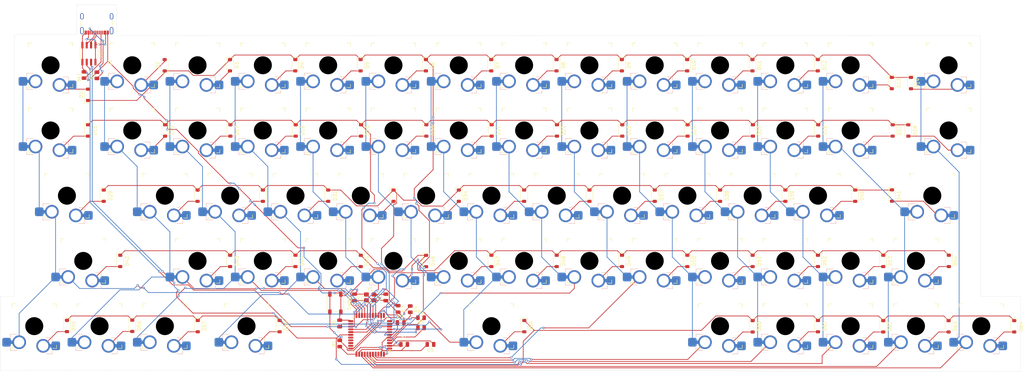
<source format=kicad_pcb>
(kicad_pcb (version 20241229) (generator "pcbnew") (generator_version "9.0")
  (layers (0 "F.Cu" signal) (2 "B.Cu" signal) (13 "F.Paste" user) (15 "B.Paste" user) (5 "F.SilkS" user "F.Silkscreen") (7 "B.SilkS" user "B.Silkscreen") (1 "F.Mask" user) (3 "B.Mask" user) (25 "Edge.Cuts" user))
  (net 0 "")
  (net 1 "GND")
  (net 2 "COL0")
  (net 3 "Net-(D1-A)")
  (net 4 "Net-(D2-A)")
  (net 5 "Net-(D3-A)")
  (net 6 "Net-(D4-A)")
  (net 7 "Net-(D5-A)")
  (net 8 "COL1")
  (net 9 "Net-(D6-A)")
  (net 10 "Net-(D7-A)")
  (net 11 "Net-(D8-A)")
  (net 12 "Net-(D9-A)")
  (net 13 "Net-(D10-A)")
  (net 14 "COL2")
  (net 15 "Net-(D12-A)")
  (net 16 "Net-(D13-A)")
  (net 17 "Net-(D14-A)")
  (net 18 "Net-(D15-A)")
  (net 19 "Net-(D18-A)")
  (net 20 "COL3")
  (net 21 "Net-(D19-A)")
  (net 22 "Net-(D20-A)")
  (net 23 "Net-(D22-A)")
  (net 24 "COL4")
  (net 25 "Net-(D23-A)")
  (net 26 "Net-(D24-A)")
  (net 27 "Net-(D25-A)")
  (net 28 "COL5")
  (net 29 "Net-(D26-A)")
  (net 30 "Net-(D27-A)")
  (net 31 "Net-(D28-A)")
  (net 32 "Net-(D29-A)")
  (net 33 "COL6")
  (net 34 "Net-(D34-A)")
  (net 35 "Net-(D35-A)")
  (net 36 "Net-(D37-A)")
  (net 37 "COL7")
  (net 38 "COL8")
  (net 39 "Net-(D42-A)")
  (net 40 "Net-(D43-A)")
  (net 41 "Net-(D44-A)")
  (net 42 "Net-(D45-A)")
  (net 43 "COL9")
  (net 44 "Net-(D47-A)")
  (net 45 "Net-(D48-A)")
  (net 46 "Net-(D49-A)")
  (net 47 "Net-(D50-A)")
  (net 48 "Net-(D51-A)")
  (net 49 "COL10")
  (net 50 "Net-(D52-A)")
  (net 51 "Net-(D53-A)")
  (net 52 "Net-(D54-A)")
  (net 53 "COL11")
  (net 54 "COL12")
  (net 55 "Net-(D63-A)")
  (net 56 "COL13")
  (net 57 "ROW2")
  (net 58 "ROW3")
  (net 59 "ROW0")
  (net 60 "ROW4")
  (net 61 "+5V")
  (net 62 "ROW1")
  (net 63 "Net-(U2-XTAL1)")
  (net 64 "Net-(U2-XTAL2)")
  (net 65 "Net-(U2-UCAP)")
  (net 66 "Net-(D11-A)")
  (net 67 "Net-(D16-A)")
  (net 68 "Net-(D17-A)")
  (net 69 "Net-(D21-A)")
  (net 70 "Net-(D36-A)")
  (net 71 "Net-(D41-A)")
  (net 72 "Net-(D46-A)")
  (net 73 "D+")
  (net 74 "D-")
  (net 75 "Net-(J1-CC1)")
  (net 78 "VBUS")
  (net 80 "Net-(J1-D+-PadA6)")
  (net 81 "Net-(J1-D--PadA7)")
  (net 83 "Net-(J1-CC2)")
  (net 84 "Net-(U2-~{RESET})")
  (net 85 "Net-(U2-D+)")
  (net 86 "Net-(U2-D-)")
  (net 87 "Net-(U2-~{HWB}{slash}PE2)")
  (net 95 "Net-(D39-A)")
  (net 96 "Net-(D55-A)")
  (net 97 "Net-(D59-A)")
  (net 98 "Net-(D60-A)")
  (net 99 "Net-(D61-A)")
  (net 100 "Net-(D62-A)")
  (net 101 "Net-(D30-A)")
  (net 102 "Net-(D31-A)")
  (net 103 "Net-(D38-A)")
  (net 104 "Net-(D56-A)")
  (net 105 "Net-(D64-A)")
  (net 106 "Net-(D32-A)")
  (net 107 "Net-(D33-A)")
  (net 108 "Net-(D40-A)")
  (net 109 "Net-(D57-A)")
  (net 110 "Net-(D58-A)")
  (footprint "Diode_SMD:D_SOD-123" (layer "F.Cu") (at 71.5 57.15 -90)
    (property "Reference" "D16")
    (property "Value" "D")
  )
  (footprint "Diode_SMD:D_SOD-123" (layer "F.Cu") (at 128.524 38.1 -90)
    (property "Reference" "D5")
    (property "Value" "D")
  )
  (footprint "Diode_SMD:D_SOD-123" (layer "F.Cu") (at 214.3252 76.2 -90)
    (property "Reference" "D37")
    (property "Value" "D")
  )
  (footprint "Resistor_SMD:R_0805_2012Metric" (layer "F.Cu") (at 51.6128 41.0464 90)
    (property "Reference" "5k2")
    (property "Value" "R?")
  )
  (footprint "key-switches.pretty-main:SW_Gateron_LowProfile_HotSwap_PTH" (layer "F.Cu") (at 214.3125 57.15)
    (property "Reference" "SW24" (hide yes))
    (property "Value" "SW_Push" (hide yes))
  )
  (footprint "key-switches.pretty-main:SW_Gateron_LowProfile_HotSwap_PTH" (layer "F.Cu") (at 61.9125 57.15)
    (property "Reference" "SW16" (hide yes))
    (property "Value" "SW_Push" (hide yes))
  )
  (footprint "key-switches.pretty-main:SW_Gateron_LowProfile_HotSwap_PTH" (layer "F.Cu") (at 100.0125 57.15)
    (property "Reference" "SW18" (hide yes))
    (property "Value" "SW_Push" (hide yes))
  )
  (footprint "key-switches.pretty-main:SW_Gateron_LowProfile_HotSwap_PTH" (layer "F.Cu") (at 38.1 57.15)
    (property "Reference" "SW15" (hide yes))
    (property "Value" "SW_Push" (hide yes))
  )
  (footprint "Diode_SMD:D_SOD-123" (layer "F.Cu") (at 262 57.15 -90)
    (property "Reference" "D26")
    (property "Value" "D")
  )
  (footprint "Diode_SMD:D_SOD-123" (layer "F.Cu") (at 283.464 43.308 -90)
    (property "Reference" "D13")
    (property "Value" "D")
  )
  (footprint "Diode_SMD:D_SOD-123" (layer "F.Cu") (at 90.424 38.1 -90)
    (property "Reference" "D3")
    (property "Value" "D")
  )
  (footprint "key-switches.pretty-main:SW_Gateron_LowProfile_HotSwap_PTH" (layer "F.Cu") (at 290.5125 95.25)
    (property "Reference" "SW54" (hide yes))
    (property "Value" "SW_Push" (hide yes))
  )
  (footprint "key-switches.pretty-main:SW_Gateron_LowProfile_HotSwap_PTH" (layer "F.Cu") (at 214.3125 95.25)
    (property "Reference" "SW50" (hide yes))
    (property "Value" "SW_Push" (hide yes))
  )
  (footprint "Diode_SMD:D_SOD-123" (layer "F.Cu") (at 109.5248 95.25 -90)
    (property "Reference" "D44")
    (property "Value" "D")
  )
  (footprint "Diode_SMD:D_SOD-123" (layer "F.Cu") (at 185.8 57.15 -90)
    (property "Reference" "D22")
    (property "Value" "D")
  )
  (footprint "key-switches.pretty-main:SW_Gateron_LowProfile_HotSwap_PTH" (layer "F.Cu") (at 166.6875 114.3)
    (property "Reference" "SW59" (hide yes))
    (property "Value" "SW_Push" (hide yes))
  )
  (footprint "key-switches.pretty-main:SW_Gateron_LowProfile_HotSwap_PTH" (layer "F.Cu") (at 300.0375 38.1)
    (property "Reference" "SW14" (hide yes))
    (property "Value" "SW_Push" (hide yes))
  )
  (footprint "key-switches.pretty-main:SW_Gateron_LowProfile_HotSwap_PTH" (layer "F.Cu") (at 261.9375 76.2)
    (property "Reference" "SW40" (hide yes))
    (property "Value" "SW_Push" (hide yes))
  )
  (footprint "Resistor_SMD:R_0805_2012Metric" (layer "F.Cu") (at 146.1535 111.8395)
    (property "Reference" "R2")
    (property "Value" "22")
  )
  (footprint "Diode_SMD:D_SOD-123" (layer "F.Cu") (at 319.1764 114.3508 -90)
    (property "Reference" "D64")
    (property "Value" "D")
  )
  (footprint "Diode_SMD:D_SOD-123" (layer "F.Cu") (at 166.6748 95.25 -90)
    (property "Reference" "D47")
    (property "Value" "D")
  )
  (footprint "Diode_SMD:D_SOD-123" (layer "F.Cu") (at 233.3752 76.2 -90)
    (property "Reference" "D38")
    (property "Value" "D")
  )
  (footprint "Diode_SMD:D_SOD-123" (layer "F.Cu") (at 61.9252 114.1984 -90)
    (property "Reference" "D56")
    (property "Value" "D")
  )
  (footprint "Diode_SMD:D_SOD-123" (layer "F.Cu") (at 81.026 114.3 -90)
    (property "Reference" "D57")
    (property "Value" "D")
  )
  (footprint "key-switches.pretty-main:SW_Gateron_LowProfile_HotSwap_PTH" (layer "F.Cu") (at 233.3625 95.25)
    (property "Reference" "SW51" (hide yes))
    (property "Value" "SW_Push" (hide yes))
  )
  (footprint "Diode_SMD:D_SOD-123" (layer "F.Cu") (at 204.85 57.15 -90)
    (property "Reference" "D23")
    (property "Value" "D")
  )
  (footprint "Diode_SMD:D_SOD-123" (layer "F.Cu") (at 42.8752 114.2492 -90)
    (property "Reference" "D55")
    (property "Value" "D")
  )
  (footprint "Diode_SMD:D_SOD-123" (layer "F.Cu") (at 90.4748 95.25 -90)
    (property "Reference" "D43")
    (property "Value" "D")
  )
  (footprint "key-switches.pretty-main:SW_Gateron_LowProfile_HotSwap_PTH" (layer "F.Cu") (at 138.1125 95.25)
    (property "Reference" "SW46" (hide yes))
    (property "Value" "SW_Push" (hide yes))
  )
  (footprint "key-switches.pretty-main:SW_Gateron_LowProfile_HotSwap_PTH" (layer "F.Cu") (at 233.3625 57.15)
    (property "Reference" "SW25" (hide yes))
    (property "Value" "SW_Push" (hide yes))
  )
  (footprint "Diode_SMD:D_SOD-123" (layer "F.Cu") (at 49.022 57.15 -90)
    (property "Reference" "D15")
    (property "Value" "D")
  )
  (footprint "key-switches.pretty-main:SW_Gateron_LowProfile_HotSwap_PTH" (layer "F.Cu") (at 147.6375 76.2)
    (property "Reference" "SW34" (hide yes))
    (property "Value" "SW_Push" (hide yes))
  )
  (footprint "Diode_SMD:D_SOD-123" (layer "F.Cu") (at 283.5148 76.1492 -90)
    (property "Reference" "D41")
    (property "Value" "D")
  )
  (footprint "key-switches.pretty-main:SW_Gateron_LowProfile_HotSwap_PTH" (layer "F.Cu") (at 252.4125 57.15)
    (property "Reference" "SW26" (hide yes))
    (property "Value" "SW_Push" (hide yes))
  )
  (footprint "Diode_SMD:D_SOD-123" (layer "F.Cu") (at 119.0752 76.2 -90)
    (property "Reference" "D32")
    (property "Value" "D")
  )
  (footprint "key-switches.pretty-main:SW_Gateron_LowProfile_HotSwap_PTH" (layer "F.Cu") (at 271.4625 95.25)
    (property "Reference" "SW53" (hide yes))
    (property "Value" "SW_Push" (hide yes))
  )
  (footprint "Diode_SMD:D_SOD-123" (layer "F.Cu") (at 147.6248 95.2744 -90)
    (property "Reference" "D46")
    (property "Value" "D")
  )
  (footprint "Diode_SMD:D_SOD-123" (layer "F.Cu") (at 185.7248 95.25 -90)
    (property "Reference" "D48")
    (property "Value" "D")
  )
  (footprint "key-switches.pretty-main:SW_Gateron_LowProfile_HotSwap_PTH" (layer "F.Cu") (at 176.2125 57.15)
    (property "Reference" "SW22" (hide yes))
    (property "Value" "SW_Push" (hide yes))
  )
  (footprint "Diode_SMD:D_SOD-123" (layer "F.Cu") (at 242.824 38.1 -90)
    (property "Reference" "D11")
    (property "Value" "D")
  )
  (footprint "key-switches.pretty-main:SW_Gateron_LowProfile_HotSwap_PTH" (layer "F.Cu") (at 138.1125 38.1)
    (property "Reference" "SW6" (hide yes))
    (property "Value" "SW_Push" (hide yes))
  )
  (footprint "key-switches.pretty-main:SW_Gateron_LowProfile_HotSwap_PTH" (layer "F.Cu") (at 100.0125 95.25)
    (property "Reference" "SW44" (hide yes))
    (property "Value" "SW_Push" (hide yes))
  )
  (footprint "Diode_SMD:D_SOD-123" (layer "F.Cu") (at 242.8748 114.3508 -90)
    (property "Reference" "D60")
    (property "Value" "D")
  )
  (footprint "key-switches.pretty-main:SW_Gateron_LowProfile_HotSwap_PTH" (layer "F.Cu") (at 90.4875 76.2)
    (property "Reference" "SW31" (hide yes))
    (property "Value" "SW_Push" (hide yes))
  )
  (footprint "Diode_SMD:D_SOD-123" (layer "F.Cu") (at 128.5748 95.25 -90)
    (property "Reference" "D45")
    (property "Value" "D")
  )
  (footprint "key-switches.pretty-main:SW_Gateron_LowProfile_HotSwap_PTH" (layer "F.Cu") (at 157.1625 57.15)
    (property "Reference" "SW21" (hide yes))
    (property "Value" "SW_Push" (hide yes))
  )
  (footprint "key-switches.pretty-main:SW_Gateron_LowProfile_HotSwap_PTH" (layer "F.Cu") (at 300.0375 57.15)
    (property "Reference" "SW28" (hide yes))
    (property "Value" "SW_Push" (hide yes))
  )
  (footprint "key-switches.pretty-main:SW_Gateron_LowProfile_HotSwap_PTH" (layer "F.Cu") (at 47.625 95.25)
    (property "Reference" "SW42" (hide yes))
    (property "Value" "SW_Push" (hide yes))
  )
  (footprint "key-switches.pretty-main:SW_Gateron_LowProfile_HotSwap_PTH" (layer "F.Cu") (at 33.3375 114.3)
    (property "Reference" "SW55" (hide yes))
    (property "Value" "SW_Push" (hide yes))
  )
  (footprint "key-switches.pretty-main:SW_Gateron_LowProfile_HotSwap_PTH" (layer "F.Cu") (at 119.0625 95.25)
    (property "Reference" "SW45" (hide yes))
    (property "Value" "SW_Push" (hide yes))
  )
  (footprint "Capacitor_SMD:C_0805_2012Metric" (layer "F.Cu") (at 126.746 105.8995 -90)
    (property "Reference" "C1")
    (property "Value" "22pF")
  )
  (footprint "key-switches.pretty-main:SW_Gateron_LowProfile_HotSwap_PTH" (layer "F.Cu") (at 71.4375 114.3)
    (property "Reference" "SW57" (hide yes))
    (property "Value" "SW_Push" (hide yes))
  )
  (footprint "Diode_SMD:D_SOD-123" (layer "F.Cu") (at 128.65 57.15 -90)
    (property "Reference" "D19")
    (property "Value" "D")
  )
  (footprint "key-switches.pretty-main:SW_Gateron_LowProfile_HotSwap_PTH" (layer "F.Cu") (at 185.7375 76.2)
    (property "Reference" "SW36" (hide yes))
    (property "Value" "SW_Push" (hide yes))
  )
  (footprint "Diode_SMD:D_SOD-123" (layer "F.Cu") (at 223.9 57.15 -90)
    (property "Reference" "D24")
    (property "Value" "D")
  )
  (footprint "Crystal:Crystal_SMD_3225-4Pin_3.2x2.5mm" (layer "F.Cu") (at 131.318 105.8995)
    (property "Reference" "Y1")
    (property "Value" "16MHz")
  )
  (footprint "Capacitor_SMD:C_0805_2012Metric" (layer "F.Cu") (at 122.428 113.5195 90)
    (property "Reference" "C6")
    (property "Value" "0.1uF")
  )
  (footprint "Diode_SMD:D_SOD-123" (layer "F.Cu") (at 71.374 38.1 90)
    (property "Reference" "D2")
    (property "Value" "D")
  )
  (footprint "key-switches.pretty-main:SW_Gateron_LowProfile_HotSwap_PTH" (layer "F.Cu") (at 271.4625 114.3)
    (property "Reference" "SW62" (hide yes))
    (property "Value" "SW_Push" (hide yes))
  )
  (footprint "key-switches.pretty-main:SW_Gateron_LowProfile_HotSwap_PTH" (layer "F.Cu") (at 119.0625 38.1)
    (property "Reference" "SW5" (hide yes))
    (property "Value" "SW_Push" (hide yes))
  )
  (footprint "key-switches.pretty-main:SW_Gateron_LowProfile_HotSwap_PTH" (layer "F.Cu") (at 204.7875 76.2)
    (property "Reference" "SW37" (hide yes))
    (property "Value" "SW_Push" (hide yes))
  )
  (footprint "key-switches.pretty-main:SW_Gateron_LowProfile_HotSwap_PTH" (layer "F.Cu") (at 233.3625 38.1)
    (property "Reference" "SW11" (hide yes))
    (property "Value" "SW_Push" (hide yes))
  )
  (footprint "key-switches.pretty-main:SW_Gateron_LowProfile_HotSwap_PTH" (layer "F.Cu") (at 52.3875 114.3)
    (property "Reference" "SW56" (hide yes))
    (property "Value" "SW_Push" (hide yes))
  )
  (footprint "Diode_SMD:D_SOD-123" (layer "F.Cu") (at 185.674 38.1 -90)
    (property "Reference" "D8")
    (property "Value" "D")
  )
  (footprint "Package_QFP:TQFP-44_10x10mm_P0.8mm" (layer "F.Cu") (at 131.318 116.84 180)
    (property "Reference" "U2")
    (property "Value" "ATmega32U4-A")
  )
  (footprint "Diode_SMD:D_SOD-123" (layer "F.Cu") (at 289.052 43.308 -90)
    (property "Reference" "D14")
    (property "Value" "D")
  )
  (footprint "Button_Switch_SMD:SW_SPST_PTS647_Sx38" (layer "F.Cu") (at 121.1565 107.573 -90)
    (property "Reference" "SW65")
    (property "Value" "SW_Push")
  )
  (footprint "key-switches.pretty-main:SW_Gateron_LowProfile_HotSwap_PTH" (layer "F.Cu") (at 100.0125 38.1)
    (property "Reference" "SW4" (hide yes))
    (property "Value" "SW_Push" (hide yes))
  )
  (footprint "key-switches.pretty-main:SW_Gateron_LowProfile_HotSwap_PTH" (layer "F.Cu") (at 271.4625 57.15)
    (property "Reference" "SW27" (hide yes))
    (property "Value" "SW_Push" (hide yes))
  )
  (footprint "Diode_SMD:D_SOD-123" (layer "F.Cu") (at 288.29 57.15 -90)
    (property "Reference" "D28")
    (property "Value" "D")
  )
  (footprint "key-switches.pretty-main:SW_Gateron_LowProfile_HotSwap_PTH" (layer "F.Cu") (at 233.3625 114.3)
    (property "Reference" "SW60" (hide yes))
    (property "Value" "SW_Push" (hide yes))
  )
  (footprint "Diode_SMD:D_SOD-123" (layer "F.Cu") (at 261.9248 95.25 -90)
    (property "Reference" "D52")
    (property "Value" "D")
  )
  (footprint "key-switches.pretty-main:SW_Gateron_LowProfile_HotSwap_PTH" (layer "F.Cu") (at 195.2625 38.1)
    (property "Reference" "SW9" (hide yes))
    (property "Value" "SW_Push" (hide yes))
  )
  (footprint "key-switches.pretty-main:SW_Gateron_LowProfile_HotSwap_PTH" (layer "F.Cu") (at 95.25 114.3)
    (property "Reference" "SW58" (hide yes))
    (property "Value" "SW_Push" (hide yes))
  )
  (footprint "Diode_SMD:D_SOD-123" (layer "F.Cu") (at 204.724 38.1 -90)
    (property "Reference" "D9")
    (property "Value" "D")
  )
  (footprint "key-switches.pretty-main:SW_Gateron_LowProfile_HotSwap_PTH" (layer "F.Cu") (at 176.2125 38.1)
    (property "Reference" "SW8" (hide yes))
    (property "Value" "SW_Push" (hide yes))
  )
  (footprint "Diode_SMD:D_SOD-123" (layer "F.Cu") (at 166.624 38.1 -90)
    (property "Reference" "D7")
    (property "Value" "D")
  )
  (footprint "Diode_SMD:D_SOD-123" (layer "F.Cu") (at 261.874 38.1 -90)
    (property "Reference" "D12")
    (property "Value" "D")
  )
  (footprint "Connector_USB:USB_C_Receptacle_GCT_USB4105-xx-A_16P_TopMnt_Horizontal" (layer "F.Cu") (at 51.562 24.892 180)
    (property "Reference" "J1")
    (property "Value" "USB_C_Receptacle_USB2.0_14P")
  )
  (footprint "key-switches.pretty-main:SW_Gateron_LowProfile_HotSwap_PTH" (layer "F.Cu") (at 157.1625 95.25)
    (property "Reference" "SW47" (hide yes))
    (property "Value" "SW_Push" (hide yes))
  )
  (footprint "Diode_SMD:D_SOD-123" (layer "F.Cu") (at 104.902 114.3 -90)
    (property "Reference" "D58")
    (property "Value" "D")
  )
  (footprint "Diode_SMD:D_SOD-123" (layer "F.Cu") (at 280.9748 114.3508 -90)
    (property "Reference" "D62")
    (property "Value" "D")
  )
  (footprint "key-switches.pretty-main:SW_Gateron_LowProfile_HotSwap_PTH" (layer "F.Cu") (at 252.4125 114.3)
    (property "Reference" "SW61" (hide yes))
    (property "Value" "SW_Push" (hide yes))
  )
  (footprint "key-switches.pretty-main:SW_Gateron_LowProfile_HotSwap_PTH" (layer "F.Cu") (at 223.8375 76.2)
    (property "Reference" "SW38" (hide yes))
    (property "Value" "SW_Push" (hide yes))
  )
  (footprint "key-switches.pretty-main:SW_Gateron_LowProfile_HotSwap_PTH" (layer "F.Cu") (at 138.1125 57.15)
    (property "Reference" "SW20" (hide yes))
    (property "Value" "SW_Push" (hide yes))
  )
  (footprint "Diode_SMD:D_SOD-123" (layer "F.Cu") (at 300.1 95.25 -90)
    (property "Reference" "D54")
    (property "Value" "D")
  )
  (footprint "Diode_SMD:D_SOD-123" (layer "F.Cu") (at 176.2252 76.2 -90)
    (property "Reference" "D35" (hide yes))
    (property "Value" "D")
  )
  (footprint "key-switches.pretty-main:SW_Gateron_LowProfile_HotSwap_PTH" (layer "F.Cu") (at 309.5625 114.3)
    (property "Reference" "SW64" (hide yes))
    (property "Value" "SW_Push" (hide yes))
  )
  (footprint "Diode_SMD:D_SOD-123" (layer "F.Cu") (at 147.7 57.15 -90)
    (property "Reference" "D20")
    (property "Value" "D")
  )
  (footprint "key-switches.pretty-main:SW_Gateron_LowProfile_HotSwap_PTH" (layer "F.Cu") (at 242.8875 76.2)
    (property "Reference" "SW39" (hide yes))
    (property "Value" "SW_Push" (hide yes))
  )
  (footprint "key-switches.pretty-main:SW_Gateron_LowProfile_HotSwap_PTH" (layer "F.Cu") (at 157.1625 38.1)
    (property "Reference" "SW7" (hide yes))
    (property "Value" "SW_Push" (hide yes))
  )
  (footprint "Diode_SMD:D_SOD-123" (layer "F.Cu") (at 300.0248 114.3508 -90)
    (property "Reference" "D63")
    (property "Value" "D")
  )
  (footprint "Diode_SMD:D_SOD-123" (layer "F.Cu") (at 261.9248 114.3 -90)
    (property "Reference" "D61")
    (property "Value" "D")
  )
  (footprint "Diode_SMD:D_SOD-123" (layer "F.Cu") (at 242.95 57.15 -90)
    (property "Reference" "D25")
    (property "Value" "D")
  )
  (footprint "Resistor_SMD:R_0805_2012Metric" (layer "F.Cu") (at 146.1535 114.7895)
    (property "Reference" "R3")
    (property "Value" "22")
  )
  (footprint "Diode_SMD:D_SOD-123" (layer "F.Cu") (at 252.4252 76.2 -90)
    (property "Reference" "D39")
    (property "Value" "D")
  )
  (footprint "Diode_SMD:D_SOD-123" (layer "F.Cu") (at 272.796 76.2 -90)
    (property "Reference" "D40")
    (property "Value" "D")
  )
  (footprint "Diode_SMD:D_SOD-123" (layer "F.Cu") (at 195.2752 76.2 -90)
    (property "Reference" "D36" (hide yes))
    (property "Value" "D")
  )
  (footprint "Capacitor_SMD:C_0805_2012Metric" (layer "F.Cu") (at 148.91 119.634 180)
    (property "Reference" "C5")
    (property "Value" "0.1uF")
  )
  (footprint "Diode_SMD:D_SOD-123" (layer "F.Cu") (at 166.75 57.15 -90)
    (property "Reference" "D21")
    (property "Value" "D")
  )
  (footprint "Diode_SMD:D_SOD-123" (layer "F.Cu") (at 53.594 76.2 -90)
    (property "Reference" "D29")
    (property "Value" "D")
  )
  (footprint "Diode_SMD:D_SOD-123" (layer "F.Cu") (at 204.7748 95.25 -90)
    (property "Reference" "D49")
    (property "Value" "D")
  )
  (footprint "Diode_SMD:D_SOD-123" (layer "F.Cu") (at 80.9752 76.2 -90)
    (property "Reference" "D30" (hide yes))
    (property "Value" "D")
  )
  (footprint "Package_SO:SOIC-8_3.9x4.9mm_P1.27mm" (layer "F.Cu") (at 49.276 34.6964 -90)
    (property "Reference" "U1")
    (property "Value" "USB6B1")
  )
  (footprint "Diode_SMD:D_SOD-123" (layer "F.Cu") (at 283.718 57.15 -90)
    (property "Reference" "D27")
    (property "Value" "D")
  )
  (footprint "key-switches.pretty-main:SW_Gateron_LowProfile_HotSwap_PTH" (layer "F.Cu") (at 42.8625 76.2)
    (property "Reference" "SW29" (hide yes))
    (property "Value" "SW_Push" (hide yes))
  )
  (footprint "Diode_SMD:D_SOD-123" (layer "F.Cu") (at 280.9748 95.25 -90)
    (property "Reference" "D53")
    (property "Value" "D")
  )
  (footprint "Diode_SMD:D_SOD-123" (layer "F.Cu") (at 90.55 57.15 -90)
    (property "Reference" "D17")
    (property "Value" "D")
  )
  (footprint "key-switches.pretty-main:SW_Gateron_LowProfile_HotSwap_PTH" (layer "F.Cu") (at 252.4125 95.25)
    (property "Reference" "SW52" (hide yes))
    (property "Value" "SW_Push" (hide yes))
  )
  (footprint "Capacitor_SMD:C_0805_2012Metric" (layer "F.Cu") (at 135.89 105.8995 90)
    (property "Reference" "C2")
    (property "Value" "22pF")
  )
  (footprint "key-switches.pretty-main:SW_Gateron_LowProfile_HotSwap_PTH" (layer "F.Cu") (at 271.4625 38.1)
    (property "Reference" "SW13" (hide yes))
    (property "Value" "SW_Push" (hide yes))
  )
  (footprint "key-switches.pretty-main:SW_Gateron_LowProfile_HotSwap_PTH" (layer "F.Cu") (at 80.9625 38.1)
    (property "Reference" "SW3" (hide yes))
    (property "Value" "SW_Push" (hide yes))
  )
  (footprint "key-switches.pretty-main:SW_Gateron_LowProfile_HotSwap_PTH" (layer "F.Cu") (at 128.5875 76.2)
    (property "Reference" "SW33" (hide yes))
    (property "Value" "SW_Push" (hide yes))
  )
  (footprint "key-switches.pretty-main:SW_Gateron_LowProfile_HotSwap_PTH" (layer "F.Cu") (at 290.5125 114.3)
    (property "Reference" "SW63" (hide yes))
    (property "Value" "SW_Push" (hide yes))
  )
  (footprint "Diode_SMD:D_SOD-123" (layer "F.Cu") (at 100.0252 76.2 -90)
    (property "Reference" "D31" (hide yes))
    (property "Value" "D")
  )
  (footprint "Diode_SMD:D_SOD-123" (layer "F.Cu") (at 138.1252 76.2 -90)
    (property "Reference" "D33" (hide yes))
    (property "Value" "D")
  )
  (footprint "key-switches.pretty-main:SW_Gateron_LowProfile_HotSwap_PTH" (layer "F.Cu") (at 119.0625 57.15)
    (property "Reference" "SW19" (hide yes))
    (property "Value" "SW_Push" (hide yes))
  )
  (footprint "key-switches.pretty-main:SW_Gateron_LowProfile_HotSwap_PTH" (layer "F.Cu") (at 195.2625 57.15)
    (property "Reference" "SW23" (hide yes))
    (property "Value" "SW_Push" (hide yes))
  )
  (footprint "key-switches.pretty-main:SW_Gateron_LowProfile_HotSwap_PTH" (layer "F.Cu") (at 80.9625 57.15)
    (property "Reference" "SW17" (hide yes))
    (property "Value" "SW_Push" (hide yes))
  )
  (footprint "Resistor_SMD:R_0805_2012Metric" (layer "F.Cu") (at 143.002 109.3335 -90)
    (property "Reference" "R4")
    (property "Value" "10k")
  )
  (footprint "Diode_SMD:D_SOD-123" (layer "F.Cu") (at 109.474 38.1 -90)
    (property "Reference" "D4")
    (property "Value" "D")
  )
  (footprint "key-switches.pretty-main:SW_Gateron_LowProfile_HotSwap_PTH" (layer "F.Cu") (at 80.9625 95.25)
    (property "Reference" "SW43" (hide yes))
    (property "Value" "SW_Push" (hide yes))
  )
  (footprint "key-switches.pretty-main:SW_Gateron_LowProfile_HotSwap_PTH" (layer "F.Cu") (at 214.3125 38.1)
    (property "Reference" "SW10" (hide yes))
    (property "Value" "SW_Push" (hide yes))
  )
  (footprint "Diode_SMD:D_SOD-123" (layer "F.Cu") (at 242.8748 95.25 -90)
    (property "Reference" "D51")
    (property "Value" "D")
  )
  (footprint "Diode_SMD:D_SOD-123" (layer "F.Cu") (at 157.1752 76.2 -90)
    (property "Reference" "D34")
    (property "Value" "D")
  )
  (footprint "Resistor_SMD:R_0805_2012Metric" (layer "F.Cu") (at 122.428 119.3615 90)
    (property "Reference" "R1")
    (property "Value" "10k")
  )
  (footprint "key-switches.pretty-main:SW_Gateron_LowProfile_HotSwap_PTH" (layer "F.Cu") (at 252.4125 38.1)
    (property "Reference" "SW12" (hide yes))
    (property "Value" "SW_Push" (hide yes))
  )
  (footprint "key-switches.pretty-main:SW_Gateron_LowProfile_HotSwap_PTH" (layer "F.Cu") (at 38.1 38.1)
    (property "Reference" "SW1" (hide yes))
    (property "Value" "SW_Push" (hide yes))
  )
  (footprint "Capacitor_SMD:C_0805_2012Metric" (layer "F.Cu") (at 141.224 119.634)
    (property "Reference" "C4")
    (property "Value" "0.1uF")
  )
  (footprint "Diode_SMD:D_SOD-123" (layer "F.Cu") (at 176.276 114.3 -90)
    (property "Reference" "D59")
    (property "Value" "D")
  )
  (footprint "Capacitor_SMD:C_0805_2012Metric" (layer "F.Cu") (at 139.446 109.2675 -90)
    (property "Reference" "C7")
    (property "Value" "0.1uF")
  )
  (footprint "Diode_SMD:D_SOD-123" (layer "F.Cu") (at 58.42 95.25 -90)
    (property "Reference" "D42")
    (property "Value" "D")
  )
  (footprint "Diode_SMD:D_SOD-123" (layer "F.Cu") (at 109.6 57.15 -90)
    (property "Reference" "D18")
    (property "Value" "D")
  )
  (footprint "key-switches.pretty-main:SW_Gateron_LowProfile_HotSwap_PTH" (layer "F.Cu") (at 109.5375 76.2)
    (property "Reference" "SW32" (hide yes))
    (property "Value" "SW_Push" (hide yes))
  )
  (footprint "key-switches.pretty-main:SW_Gateron_LowProfile_HotSwap_PTH" (layer "F.Cu") (at 71.4375 76.2)
    (property "Reference" "SW30" (hide yes))
    (property "Value" "SW_Push" (hide yes))
  )
  (footprint "Diode_SMD:D_SOD-123" (layer "F.Cu") (at 223.774 38.1 -90)
    (property "Reference" "D10")
    (property "Value" "D")
  )
  (footprint "Resistor_SMD:R_0805_2012Metric" (layer "F.Cu") (at 47.8536 40.9448 90)
    (property "Reference" "5k1")
    (property "Value" "R?")
  )
  (footprint "key-switches.pretty-main:SW_Gateron_LowProfile_HotSwap_PTH" (layer "F.Cu") (at 176.2125 95.25)
    (property "Reference" "SW48" (hide yes))
    (property "Value" "SW_Push" (hide yes))
  )
  (footprint "Diode_SMD:D_SOD-123" (layer "F.Cu") (at 49.022 46.736 90)
    (property "Reference" "D1")
    (property "Value" "D")
  )
  (footprint "key-switches.pretty-main:SW_Gateron_LowProfile_HotSwap_PTH" (layer "F.Cu") (at 295.275 76.2)
    (property "Reference" "SW41" (hide yes))
    (property "Value" "SW_Push" (hide yes))
  )
  (footprint "key-switches.pretty-main:SW_Gateron_LowProfile_HotSwap_PTH" (layer "F.Cu") (at 195.2625 95.25)
    (property "Reference" "SW49" (hide yes))
    (property "Value" "SW_Push" (hide yes))
  )
  (footprint "Diode_SMD:D_SOD-123" (layer "F.Cu") (at 223.8248 95.25 -90)
    (property "Reference" "D50")
    (property "Value" "D")
  )
  (footprint "key-switches.pretty-main:SW_Gateron_LowProfile_HotSwap_PTH" (layer "F.Cu") (at 61.9125 38.1)
    (property "Reference" "SW2" (hide yes))
    (property "Value" "SW_Push" (hide yes))
  )
  (footprint "key-switches.pretty-main:SW_Gateron_LowProfile_HotSwap_PTH" (layer "F.Cu") (at 166.6875 76.2)
    (property "Reference" "SW35" (hide yes))
    (property "Value" "SW_Push" (hide yes))
  )
  (footprint "Capacitor_SMD:C_0805_2012Metric" (layer "F.Cu") (at 140.208 113.2655)
    (property "Reference" "C3")
    (property "Value" "1uF")
  )
  (footprint "Diode_SMD:D_SOD-123" (layer "F.Cu") (at 147.574 38.1 -90)
    (property "Reference" "D6")
    (property "Value" "D")
  )
  (gr_line (start 309.3212 105.6132) (end 320.802 105.6132) (stroke (width 0.05)) (layer "Edge.Cuts"))
  (gr_line (start 30.0736 29.1592) (end 28.1432 29.1592) (stroke (width 0.05)) (layer "Edge.Cuts"))
  (gr_line (start 27.5336 29.1592) (end 27.5336 105.5116) (stroke (width 0.05)) (layer "Edge.Cuts"))
  (gr_line (start 28.1432 29.1592) (end 27.5336 29.1592) (stroke (width 0.05)) (layer "Edge.Cuts"))
  (gr_line (start 321.0052 113.538) (end 321.0052 106.0704) (stroke (width 0.05)) (layer "Edge.Cuts"))
  (gr_line (start 27.5336 105.664) (end 24.4856 105.664) (stroke (width 0.05)) (layer "Edge.Cuts"))
  (gr_line (start 23.368 110.3884) (end 23.368 105.664) (stroke (width 0.05)) (layer "Edge.Cuts"))
  (gr_line (start 134.7724 127.1524) (end 23.368 127.243665) (stroke (width 0.05)) (layer "Edge.Cuts"))
  (gr_line (start 23.368 118.8212) (end 23.368 110.3884) (stroke (width 0.05)) (layer "Edge.Cuts"))
  (gr_line (start 309.2704 29.464) (end 309.3212 29.46401) (stroke (width 0.05)) (layer "Edge.Cuts"))
  (gr_line (start 27.5336 105.5116) (end 27.5336 105.664) (stroke (width 0.05)) (layer "Edge.Cuts"))
  (gr_line (start 23.5712 105.664) (end 24.4856 105.664) (stroke (width 0.05)) (layer "Edge.Cuts"))
  (gr_line (start 57.404 20.4724) (end 45.72 20.4724) (stroke (width 0.05)) (layer "Edge.Cuts"))
  (gr_line (start 321.0052 125.5268) (end 321.0052 127) (stroke (width 0.05)) (layer "Edge.Cuts"))
  (gr_line (start 321.0052 127.6096) (end 134.7724 127.1524) (stroke (width 0.05)) (layer "Edge.Cuts"))
  (gr_line (start 321.0052 127) (end 321.0052 127.6096) (stroke (width 0.05)) (layer "Edge.Cuts"))
  (gr_line (start 321.0052 106.0704) (end 321.0052 105.6132) (stroke (width 0.05)) (layer "Edge.Cuts"))
  (gr_line (start 309.3212 29.464) (end 309.3212 105.6132) (stroke (width 0.05)) (layer "Edge.Cuts"))
  (gr_line (start 30.0736 29.1592) (end 44.7548 29.1592) (stroke (width 0.05)) (layer "Edge.Cuts"))
  (gr_line (start 23.5712 105.664) (end 23.368 105.664) (stroke (width 0.05)) (layer "Edge.Cuts"))
  (gr_line (start 44.7548 29.1592) (end 45.72 29.1592) (stroke (width 0.05)) (layer "Edge.Cuts"))
  (gr_line (start 45.72 20.4724) (end 45.72 29.1592) (stroke (width 0.05)) (layer "Edge.Cuts"))
  (gr_line (start 23.368 118.8212) (end 23.368 127.243665) (stroke (width 0.05)) (layer "Edge.Cuts"))
  (gr_line (start 321.0052 113.538) (end 321.0052 125.5268) (stroke (width 0.05)) (layer "Edge.Cuts"))
  (gr_line (start 321.0052 105.6132) (end 320.802 105.6132) (stroke (width 0.05)) (layer "Edge.Cuts"))
  (gr_line (start 57.404 20.4724) (end 57.404 29.4132) (stroke (width 0.05)) (layer "Edge.Cuts"))
  (gr_line (start 57.404 29.4132) (end 309.2704 29.464) (stroke (width 0.05)) (layer "Edge.Cuts"))
  (segment (start 47.371 38.942) (end 47.8536 39.4246) (width 0.2) (layer "F.Cu") (net 1))
  (segment (start 47.371 32.2214) (end 47.371 37.1714) (width 0.2) (layer "F.Cu") (net 1))
  (segment (start 128.118 121.941056) (end 128.960456 121.0986) (width 0.2) (layer "F.Cu") (net 1))
  (segment (start 134.819001 121.464) (end 134.518 121.765001) (width 0.2) (layer "F.Cu") (net 1))
  (segment (start 122.7565 110.198) (end 122.7565 104.948) (width 0.2) (layer "F.Cu") (net 1))
  (segment (start 121.0056 104.5972) (end 122.4057 104.5972) (width 0.2) (layer "F.Cu") (net 1))
  (segment (start 143.002 111.4215) (end 141.158 113.2655) (width 0.2) (layer "F.Cu") (net 1))
  (segment (start 126.746 104.9495) (end 130.118 104.9495) (width 0.2) (layer "F.Cu") (net 1))
  (segment (start 136.243001 117.64) (end 136.9805 117.64) (width 0.2) (layer "F.Cu") (net 1))
  (segment (start 125.6792 103.734328) (end 125.6792 103.632) (width 0.2) (layer "F.Cu") (net 1))
  (segment (start 134.819 119.064001) (end 136.243001 117.64) (width 0.2) (layer "F.Cu") (net 1))
  (segment (start 123.216585 105.408085) (end 124.005443 105.408085) (width 0.2) (layer "F.Cu") (net 1))
  (segment (start 65.4304 47.3964) (end 65.4304 47.8028) (width 0.2) (layer "F.Cu") (net 1))
  (segment (start 97.6884 78.8924) (end 110.236 91.44) (width 0.2) (layer "F.Cu") (net 1))
  (segment (start 54.762 36.9847) (end 54.951306 36.9847) (width 0.2) (layer "F.Cu") (net 1))
  (segment (start 89.950794 72.5424) (end 90.5256 72.5424) (width 0.2) (layer "F.Cu") (net 1))
  (segment (start 122.428 110.5265) (end 122.7565 110.198) (width 0.2) (layer "F.Cu") (net 1))
  (segment (start 47.371 29.563) (end 47.371 32.2214) (width 0.2) (layer "F.Cu") (net 1))
  (segment (start 110.236 91.44) (end 112.014 91.44) (width 0.2) (layer "F.Cu") (net 1))
  (segment (start 72.1868 56.8452) (end 74.811806 56.8452) (width 0.2) (layer "F.Cu") (net 1))
  (segment (start 48.362 28.572) (end 47.371 29.563) (width 0.2) (layer "F.Cu") (net 1))
  (segment (start 65.4304 47.8028) (end 71.813335 54.185735) (width 0.2) (layer "F.Cu") (net 1))
  (segment (start 128.960456 121.0986) (end 134.6244 121.0986) (width 0.2) (layer "F.Cu") (net 1))
  (segment (start 48.3635 40.0323) (end 48.726019 40.394819) (width 0.2) (layer "F.Cu") (net 1))
  (segment (start 127.508 104.1875) (end 126.746 104.9495) (width 0.2) (layer "F.Cu") (net 1))
  (segment (start 132.418 106.7495) (end 132.918 107.2495) (width 0.2) (layer "F.Cu") (net 1))
  (segment (start 96.3676 77.3176) (end 96.3676 77.7748) (width 0.2) (layer "F.Cu") (net 1))
  (segment (start 130.118 104.9495) (end 130.218 105.0495) (width 0.2) (layer "F.Cu") (net 1))
  (segment (start 49.3287 42.418) (end 51.6128 40.1339) (width 0.2) (layer "F.Cu") (net 1))
  (segment (start 134.432 122.5885) (end 134.518 122.5025) (width 0.2) (layer "F.Cu") (net 1))
  (segment (start 74.811806 56.8452) (end 81.2615 63.294894) (width 0.2) (layer "F.Cu") (net 1))
  (segment (start 134.819 121.464) (end 134.819 120.904) (width 0.2) (layer "F.Cu") (net 1))
  (segment (start 54.951306 36.9847) (end 62.2115 44.244894) (width 0.2) (layer "F.Cu") (net 1))
  (segment (start 64.080232 46.671838) (end 64.096238 46.671838) (width 0.2) (layer "F.Cu") (net 1))
  (segment (start 62.2115 44.244894) (end 62.2115 44.803106) (width 0.2) (layer "F.Cu") (net 1))
  (segment (start 124.005443 105.408085) (end 125.6792 103.734328) (width 0.2) (layer "F.Cu") (net 1))
  (segment (start 132.918 107.2495) (end 132.918 111.1775) (width 0.2) (layer "F.Cu") (net 1))
  (segment (start 134.819 120.904) (end 134.819 119.064001) (width 0.2) (layer "F.Cu") (net 1))
  (segment (start 147.96 119.634) (end 146.13 121.464) (width 0.2) (layer "F.Cu") (net 1))
  (segment (start 135.89 106.8495) (end 139.258 110.2175) (width 0.2) (layer "F.Cu") (net 1))
  (segment (start 122.428 112.5695) (end 125.385 112.5695) (width 0.2) (layer "F.Cu") (net 1))
  (segment (start 71.813335 54.185735) (end 71.965735 54.185735) (width 0.2) (layer "F.Cu") (net 1))
  (segment (start 143.002 110.246) (end 143.002 111.4215) (width 0.2) (layer "F.Cu") (net 1))
  (segment (start 132.418 106.7495) (end 131.918 106.7495) (width 0.2) (layer "F.Cu") (net 1))
  (segment (start 131.918 106.7495) (end 130.218 105.0495) (width 0.2) (layer "F.Cu") (net 1))
  (segment (start 140.344 121.464) (end 134.819001 121.464) (width 0.2) (layer "F.Cu") (net 1))
  (segment (start 139.446 110.2175) (end 141.158 111.9295) (width 0.2) (layer "F.Cu") (net 1))
  (segment (start 128.118 122.5025) (end 128.118 121.941056) (width 0.2) (layer "F.Cu") (net 1))
  (segment (start 134.518 121.765001) (end 134.518 122.5025) (width 0.2) (layer "F.Cu") (net 1))
  (segment (start 122.4057 104.5972) (end 122.7565 104.948) (width 0.2) (layer "F.Cu") (net 1))
  (segment (start 142.174 119.634) (end 140.344 121.464) (width 0.2) (layer "F.Cu") (net 1))
  (segment (start 132.418 106.7495) (end 135.79 106.7495) (width 0.2) (layer "F.Cu") (net 1))
  (segment (start 93.1164 74.0664) (end 96.3676 77.3176) (width 0.2) (layer "F.Cu") (net 1))
  (segment (start 62.2115 44.803106) (end 64.080232 46.671838) (width 0.2) (layer "F.Cu") (net 1))
  (segment (start 141.158 114.199999) (end 137.717999 117.64) (width 0.2) (layer "F.Cu") (net 1))
  (segment (start 137.717999 117.64) (end 136.9805 117.64) (width 0.2) (layer "F.Cu") (net 1))
  (segment (start 125.385 112.5695) (end 125.6555 112.84) (width 0.2) (layer "F.Cu") (net 1))
  (segment (start 134.6244 121.0986) (end 134.819 120.904) (width 0.2) (layer "F.Cu") (net 1))
  (segment (start 134.819 121.464) (end 134.518 121.765001) (width 0.2) (layer "F.Cu") (net 1))
  (segment (start 81.2615 63.853106) (end 89.950794 72.5424) (width 0.2) (layer "F.Cu") (net 1))
  (segment (start 141.158 111.9295) (end 141.158 113.2655) (width 0.2) (layer "F.Cu") (net 1))
  (segment (start 122.7565 104.948) (end 123.216585 105.408085) (width 0.2) (layer "F.Cu") (net 1))
  (segment (start 127.508 103.6828) (end 127.508 104.1875) (width 0.2) (layer "F.Cu") (net 1))
  (segment (start 141.158 113.2655) (end 141.158 114.199999) (width 0.2) (layer "F.Cu") (net 1))
  (segment (start 47.371 37.1714) (end 47.371 38.942) (width 0.2) (layer "F.Cu") (net 1))
  (segment (start 146.13 121.464) (end 134.819 121.464) (width 0.2) (layer "F.Cu") (net 1))
  (segment (start 81.2615 63.294894) (end 81.2615 63.853106) (width 0.2) (layer "F.Cu") (net 1))
  (segment (start 54.762 36.9847) (end 51.6128 40.1339) (width 0.2) (layer "F.Cu") (net 1))
  (segment (start 54.762 28.572) (end 54.762 36.9847) (width 0.2) (layer "F.Cu") (net 1))
  (segment (start 47.8536 39.4246) (end 47.8536 40.0323) (width 0.2) (layer "F.Cu") (net 1))
  (segment (start 122.428 112.5695) (end 122.428 110.5265) (width 0.2) (layer "F.Cu") (net 1))
  (segment (start 49.0316 42.418) (end 49.3287 42.418) (width 0.2) (layer "F.Cu") (net 1))
  (segment (start 139.258 110.2175) (end 139.446 110.2175) (width 0.2) (layer "F.Cu") (net 1))
  (segment (start 135.79 106.7495) (end 135.89 106.8495) (width 0.2) (layer "F.Cu") (net 1))
  (segment (start 47.8536 40.0323) (end 48.3635 40.0323) (width 0.2) (layer "F.Cu") (net 1))
  (via (at 71.965735 54.185735) (size 0.6) (drill 0.3) (layers "F.Cu" "B.Cu") (net 1))
  (via (at 90.5256 72.5424) (size 0.6) (drill 0.3) (layers "F.Cu" "B.Cu") (net 1))
  (via (at 64.096238 46.671838) (size 0.6) (drill 0.3) (layers "F.Cu" "B.Cu") (net 1))
  (via (at 48.726019 40.394819) (size 0.6) (drill 0.3) (layers "F.Cu" "B.Cu") (net 1))
  (via (at 125.6792 103.632) (size 0.6) (drill 0.3) (layers "F.Cu" "B.Cu") (net 1))
  (via (at 112.014 91.44) (size 0.6) (drill 0.3) (layers "F.Cu" "B.Cu") (net 1))
  (via (at 49.0316 42.418) (size 0.6) (drill 0.3) (layers "F.Cu" "B.Cu") (net 1))
  (via (at 127.508 103.6828) (size 0.6) (drill 0.3) (layers "F.Cu" "B.Cu") (net 1))
  (via (at 93.1164 74.0664) (size 0.6) (drill 0.3) (layers "F.Cu" "B.Cu") (net 1))
  (via (at 121.0056 104.5972) (size 0.6) (drill 0.3) (layers "F.Cu" "B.Cu") (net 1))
  (via (at 72.1868 56.8452) (size 0.6) (drill 0.3) (layers "F.Cu" "B.Cu") (net 1))
  (via (at 96.3676 77.7748) (size 0.6) (drill 0.3) (layers "F.Cu" "B.Cu") (net 1))
  (via (at 97.6884 78.8924) (size 0.6) (drill 0.3) (layers "F.Cu" "B.Cu") (net 1))
  (via (at 65.4304 47.3964) (size 0.6) (drill 0.3) (layers "F.Cu" "B.Cu") (net 1))
  (segment (start 116.239 103.023057) (end 116.239 103.520943) (width 0.2) (layer "B.Cu") (net 1))
  (segment (start 96.3676 77.7748) (end 96.5708 77.7748) (width 0.2) (layer "B.Cu") (net 1))
  (segment (start 116.239 103.520943) (end 117.315257 104.5972) (width 0.2) (layer "B.Cu") (net 1))
  (segment (start 90.5256 72.5424) (end 91.5924 72.5424) (width 0.2) (layer "B.Cu") (net 1))
  (segment (start 71.965735 54.185735) (end 72.1868 54.4068) (width 0.2) (layer "B.Cu") (net 1))
  (segment (start 91.5924 72.5424) (end 93.1164 74.0664) (width 0.2) (layer "B.Cu") (net 1))
  (segment (start 116.9635 102.298557) (end 116.239 103.023057) (width 0.2) (layer "B.Cu") (net 1))
  (segment (start 48.726019 40.394819) (end 49.0316 40.7004) (width 0.2) (layer "B.Cu") (net 1))
  (segment (start 72.1868 54.4068) (end 72.1868 56.8452) (width 0.2) (layer "B.Cu") (net 1))
  (segment (start 49.0316 40.7004) (end 49.0316 42.418) (width 0.2) (layer "B.Cu") (net 1))
  (segment (start 64.705838 46.671838) (end 65.4304 47.3964) (width 0.2) (layer "B.Cu") (net 1))
  (segment (start 117.315257 104.5972) (end 121.0056 104.5972) (width 0.2) (layer "B.Cu") (net 1))
  (segment (start 116.9635 98.996894) (end 116.9635 102.298557) (width 0.2) (layer "B.Cu") (net 1))
  (segment (start 112.014 94.047394) (end 116.9635 98.996894) (width 0.2) (layer "B.Cu") (net 1))
  (segment (start 127.4572 103.632) (end 127.508 103.6828) (width 0.2) (layer "B.Cu") (net 1))
  (segment (start 125.6792 103.632) (end 127.4572 103.632) (width 0.2) (layer "B.Cu") (net 1))
  (segment (start 112.014 91.44) (end 112.014 94.047394) (width 0.2) (layer "B.Cu") (net 1))
  (segment (start 64.096238 46.671838) (end 64.705838 46.671838) (width 0.2) (layer "B.Cu") (net 1))
  (segment (start 96.5708 77.7748) (end 97.6884 78.8924) (width 0.2) (layer "B.Cu") (net 1))
  (segment (start 64.262 103.124) (end 63.5 102.362) (width 0.2) (layer "F.Cu") (net 2))
  (segment (start 105.332 104.902) (end 104.902 104.472) (width 0.2) (layer "F.Cu") (net 2))
  (segment (start 107.442 104.902) (end 105.332 104.902) (width 0.2) (layer "F.Cu") (net 2))
  (segment (start 65.278 103.124) (end 64.262 103.124) (width 0.2) (layer "F.Cu") (net 2))
  (segment (start 130.518 108.674) (end 129.794 107.95) (width 0.2) (layer "F.Cu") (net 2))
  (segment (start 130.518 111.1775) (end 130.518 108.674) (width 0.2) (layer "F.Cu") (net 2))
  (via (at 104.902 104.472) (size 0.6) (drill 0.3) (layers "F.Cu" "B.Cu") (net 2))
  (via (at 63.5 102.362) (size 0.6) (drill 0.3) (layers "F.Cu" "B.Cu") (net 2))
  (via (at 129.794 107.95) (size 0.6) (drill 0.3) (layers "F.Cu" "B.Cu") (net 2))
  (via (at 107.442 104.902) (size 0.6) (drill 0.3) (layers "F.Cu" "B.Cu") (net 2))
  (via (at 65.278 103.124) (size 0.6) (drill 0.3) (layers "F.Cu" "B.Cu") (net 2))
  (segment (start 46.576 103.301) (end 43.225 99.95) (width 0.2) (layer "B.Cu") (net 2))
  (segment (start 62.561 103.301) (end 46.576 103.301) (width 0.2) (layer "B.Cu") (net 2))
  (segment (start 104.902 104.472) (end 66.626 104.472) (width 0.2) (layer "B.Cu") (net 2))
  (segment (start 25.2625 119) (end 28.9375 119) (width 0.2) (layer "B.Cu") (net 2))
  (segment (start 39.55 99.95) (end 39.55 81.9875) (width 0.2) (layer "B.Cu") (net 2))
  (segment (start 34.7875 62.9375) (end 33.7 61.85) (width 0.2) (layer "B.Cu") (net 2))
  (segment (start 129.794 107.95) (end 126.969844 110.774156) (width 0.2) (layer "B.Cu") (net 2))
  (segment (start 126.969844 110.774156) (end 113.314156 110.774156) (width 0.2) (layer "B.Cu") (net 2))
  (segment (start 39.55 99.95) (end 28.9375 110.5625) (width 0.2) (layer "B.Cu") (net 2))
  (segment (start 30.025 61.85) (end 30.025 42.8) (width 0.2) (layer "B.Cu") (net 2))
  (segment (start 39.55 81.9875) (end 38.4625 80.9) (width 0.2) (layer "B.Cu") (net 2))
  (segment (start 113.314156 110.774156) (end 107.442 104.902) (width 0.2) (layer "B.Cu") (net 2))
  (segment (start 63.5 102.362) (end 62.561 103.301) (width 0.2) (layer "B.Cu") (net 2))
  (segment (start 34.7875 80.9) (end 34.7875 62.9375) (width 0.2) (layer "B.Cu") (net 2))
  (segment (start 66.626 104.472) (end 65.278 103.124) (width 0.2) (layer "B.Cu") (net 2))
  (segment (start 28.9375 110.5625) (end 28.9375 119) (width 0.2) (layer "B.Cu") (net 2))
  (segment (start 41.936 45.086) (end 40.7 43.85) (width 0.2) (layer "F.Cu") (net 3))
  (segment (start 49.022 45.086) (end 41.936 45.086) (width 0.2) (layer "F.Cu") (net 3))
  (segment (start 71.374 36.9885) (end 71.374 36.45) (width 0.2) (layer "F.Cu") (net 4))
  (segment (start 64.5125 43.85) (end 71.374 36.9885) (width 0.2) (layer "F.Cu") (net 4))
  (segment (start 83.5625 43.85) (end 86.324 43.85) (width 0.2) (layer "F.Cu") (net 5))
  (segment (start 86.324 43.85) (end 90.424 39.75) (width 0.2) (layer "F.Cu") (net 5))
  (segment (start 106.7125 39.75) (end 109.474 39.75) (width 0.2) (layer "F.Cu") (net 6))
  (segment (start 102.6125 43.85) (end 106.7125 39.75) (width 0.2) (layer "F.Cu") (net 6))
  (segment (start 121.6625 43.85) (end 125.7625 39.75) (width 0.2) (layer "F.Cu") (net 7))
  (segment (start 125.7625 39.75) (end 128.524 39.75) (width 0.2) (layer "F.Cu") (net 7))
  (segment (start 129.718 111.1775) (end 129.718 109.065574) (width 0.2) (layer "F.Cu") (net 8))
  (segment (start 116.84 103.272) (end 116.734 103.378) (width 0.2) (layer "F.Cu") (net 8))
  (segment (start 116.734 103.378) (end 100.436 103.378) (width 0.2) (layer "F.Cu") (net 8))
  (segment (start 100.436 103.378) (end 100.33 103.272) (width 0.2) (layer "F.Cu") (net 8))
  (segment (start 129.718 109.065574) (end 128.331191 107.678765) (width 0.2) (layer "F.Cu") (net 8))
  (segment (start 98.044 103.378) (end 79.9905 103.378) (width 0.2) (layer "F.Cu") (net 8))
  (segment (start 79.9905 103.378) (end 76.5625 99.95) (width 0.2) (layer "F.Cu") (net 8))
  (via (at 100.33 103.272) (size 0.6) (drill 0.3) (layers "F.Cu" "B.Cu") (net 8))
  (via (at 98.044 103.378) (size 0.6) (drill 0.3) (layers "F.Cu" "B.Cu") (net 8))
  (via (at 116.84 103.272) (size 0.6) (drill 0.3) (layers "F.Cu" "B.Cu") (net 8))
  (via (at 128.331191 107.678765) (size 0.6) (drill 0.3) (layers "F.Cu" "B.Cu") (net 8))
  (segment (start 63.3625 67.7) (end 57.5125 61.85) (width 0.2) (layer "B.Cu") (net 8))
  (segment (start 44.3125 119) (end 44.3125 117.725) (width 0.2) (layer "B.Cu") (net 8))
  (segment (start 53.8375 61.85) (end 53.8375 42.8) (width 0.2) (layer "B.Cu") (net 8))
  (segment (start 63.3625 80.9) (end 63.3625 67.7) (width 0.2) (layer "B.Cu") (net 8))
  (segment (start 72.8875 99.95) (end 72.8875 86.75) (width 0.2) (layer "B.Cu") (net 8))
  (segment (start 44.3125 117.725) (end 58.3355 103.702) (width 0.2) (layer "B.Cu") (net 8))
  (segment (start 72.8875 86.75) (end 67.0375 80.9) (width 0.2) (layer "B.Cu") (net 8))
  (segment (start 67.602057 99.95) (end 72.8875 99.95) (width 0.2) (layer "B.Cu") (net 8))
  (segment (start 63.850057 103.702) (end 67.602057 99.95) (width 0.2) (layer "B.Cu") (net 8))
  (segment (start 98.15 103.272) (end 98.044 103.378) (width 0.2) (layer "B.Cu") (net 8))
  (segment (start 116.868 103.3) (end 116.84 103.272) (width 0.2) (layer "B.Cu") (net 8))
  (segment (start 123.952426 103.3) (end 116.868 103.3) (width 0.2) (layer "B.Cu") (net 8))
  (segment (start 58.3355 103.702) (end 63.850057 103.702) (width 0.2) (layer "B.Cu") (net 8))
  (segment (start 128.331191 107.678765) (end 123.952426 103.3) (width 0.2) (layer "B.Cu") (net 8))
  (segment (start 100.33 103.272) (end 98.15 103.272) (width 0.2) (layer "B.Cu") (net 8))
  (segment (start 140.7125 43.85) (end 144.8125 39.75) (width 0.2) (layer "F.Cu") (net 9))
  (segment (start 144.8125 39.75) (end 147.574 39.75) (width 0.2) (layer "F.Cu") (net 9))
  (segment (start 163.8625 39.75) (end 159.7625 43.85) (width 0.2) (layer "F.Cu") (net 10))
  (segment (start 166.624 39.75) (end 163.8625 39.75) (width 0.2) (layer "F.Cu") (net 10))
  (segment (start 185.674 39.75) (end 182.9125 39.75) (width 0.2) (layer "F.Cu") (net 11))
  (segment (start 182.9125 39.75) (end 178.8125 43.85) (width 0.2) (layer "F.Cu") (net 11))
  (segment (start 201.9625 39.75) (end 197.8625 43.85) (width 0.2) (layer "F.Cu") (net 12))
  (segment (start 204.724 39.75) (end 201.9625 39.75) (width 0.2) (layer "F.Cu") (net 12))
  (segment (start 223.774 39.75) (end 221.0125 39.75) (width 0.2) (layer "F.Cu") (net 13))
  (segment (start 221.0125 39.75) (end 216.9125 43.85) (width 0.2) (layer "F.Cu") (net 13))
  (segment (start 128.918 111.1775) (end 128.918 109.273471) (width 0.2) (layer "F.Cu") (net 14))
  (segment (start 121.961295 103.901) (end 121.932295 103.872) (width 0.2) (layer "F.Cu") (net 14))
  (segment (start 128.918 109.273471) (end 127.570266 107.925737) (width 0.2) (layer "F.Cu") (net 14))
  (segment (start 121.932295 103.872) (end 99.5345 103.872) (width 0.2) (layer "F.Cu") (net 14))
  (segment (start 99.5345 103.872) (end 95.6125 99.95) (width 0.2) (layer "F.Cu") (net 14))
  (segment (start 75.438 105.0036) (end 77.3684 103.0732) (width 0.2) (layer "F.Cu") (net 14))
  (segment (start 75.438 105.4608) (end 75.438 105.0036) (width 0.2) (layer "F.Cu") (net 14))
  (via (at 127.570266 107.925737) (size 0.6) (drill 0.3) (layers "F.Cu" "B.Cu") (net 14))
  (via (at 75.438 105.4608) (size 0.6) (drill 0.3) (layers "F.Cu" "B.Cu") (net 14))
  (via (at 121.961295 103.901) (size 0.6) (drill 0.3) (layers "F.Cu" "B.Cu") (net 14))
  (via (at 77.3684 103.0732) (size 0.6) (drill 0.3) (layers "F.Cu" "B.Cu") (net 14))
  (segment (start 82.4125 67.7) (end 76.5625 61.85) (width 0.2) (layer "B.Cu") (net 14))
  (segment (start 63.3625 117.5363) (end 75.438 105.4608) (width 0.2) (layer "B.Cu") (net 14))
  (segment (start 127.570266 107.925737) (end 127.570266 107.772323) (width 0.2) (layer "B.Cu") (net 14))
  (segment (start 91.9375 99.95) (end 91.9375 86.75) (width 0.2) (layer "B.Cu") (net 14))
  (segment (start 72.8875 61.85) (end 72.8875 42.8) (width 0.2) (layer "B.Cu") (net 14))
  (segment (start 123.698943 103.901) (end 121.961295 103.901) (width 0.2) (layer "B.Cu") (net 14))
  (segment (start 88.5865 103.301) (end 91.9375 99.95) (width 0.2) (layer "B.Cu") (net 14))
  (segment (start 63.3625 119) (end 63.3625 117.5363) (width 0.2) (layer "B.Cu") (net 14))
  (segment (start 91.9375 86.75) (end 86.0875 80.9) (width 0.2) (layer "B.Cu") (net 14))
  (segment (start 127.570266 107.772323) (end 123.698943 103.901) (width 0.2) (layer "B.Cu") (net 14))
  (segment (start 63.3625 119) (end 67.0375 119) (width 0.2) (layer "B.Cu") (net 14))
  (segment (start 77.5962 103.301) (end 88.5865 103.301) (width 0.2) (layer "B.Cu") (net 14))
  (segment (start 77.3684 103.0732) (end 77.5962 103.301) (width 0.2) (layer "B.Cu") (net 14))
  (segment (start 82.4125 80.9) (end 82.4125 67.7) (width 0.2) (layer "B.Cu") (net 14))
  (segment (start 261.874 39.75) (end 259.1125 39.75) (width 0.2) (layer "F.Cu") (net 15))
  (segment (start 259.1125 39.75) (end 255.0125 43.85) (width 0.2) (layer "F.Cu") (net 15))
  (segment (start 274.0625 43.85) (end 282.356 43.85) (width 0.2) (layer "F.Cu") (net 16))
  (segment (start 282.356 43.85) (end 283.464 44.958) (width 0.2) (layer "F.Cu") (net 16))
  (segment (start 289.052 44.958) (end 289.195 45.101) (width 0.2) (layer "F.Cu") (net 17))
  (segment (start 289.195 45.101) (end 301.3865 45.101) (width 0.2) (layer "F.Cu") (net 17))
  (segment (start 301.3865 45.101) (end 302.6375 43.85) (width 0.2) (layer "F.Cu") (net 17))
  (segment (start 44.8 58.8) (end 40.7 62.9) (width 0.2) (layer "F.Cu") (net 18))
  (segment (start 49.022 58.8) (end 44.8 58.8) (width 0.2) (layer "F.Cu") (net 18))
  (segment (start 109.6 58.8) (end 106.7125 58.8) (width 0.2) (layer "F.Cu") (net 19))
  (segment (start 106.7125 58.8) (end 102.6125 62.9) (width 0.2) (layer "F.Cu") (net 19))
  (segment (start 118.0135 103.301) (end 114.6625 99.95) (width 0.2) (layer "F.Cu") (net 20))
  (segment (start 123.7565 104.807085) (end 123.7565 104.3509) (width 0.2) (layer "F.Cu") (net 20))
  (segment (start 128.118 111.1775) (end 128.118 109.322) (width 0.2) (layer "F.Cu") (net 20))
  (segment (start 128.118 109.322) (end 126.746 107.95) (width 0.2) (layer "F.Cu") (net 20))
  (segment (start 123.7565 104.3509) (end 122.7066 103.301) (width 0.2) (layer "F.Cu") (net 20))
  (segment (start 122.7066 103.301) (end 118.0135 103.301) (width 0.2) (layer "F.Cu") (net 20))
  (via (at 123.7565 104.807085) (size 0.6) (drill 0.3) (layers "F.Cu" "B.Cu") (net 20))
  (via (at 126.746 107.95) (size 0.6) (drill 0.3) (layers "F.Cu" "B.Cu") (net 20))
  (segment (start 110.9875 86.75) (end 105.1375 80.9) (width 0.2) (layer "B.Cu") (net 20))
  (segment (start 101.4625 67.7) (end 95.6125 61.85) (width 0.2) (layer "B.Cu") (net 20))
  (segment (start 125.12 106.172) (end 125.12 106.170585) (width 0.2) (layer "B.Cu") (net 20))
  (segment (start 126.746 107.95) (end 125.12 106.324) (width 0.2) (layer "B.Cu") (net 20))
  (segment (start 125.12 106.170585) (end 123.7565 104.807085) (width 0.2) (layer "B.Cu") (net 20))
  (segment (start 87.175 119) (end 87.175 117.725) (width 0.2) (layer "B.Cu") (net 20))
  (segment (start 125.12 106.324) (end 125.12 106.172) (width 0.2) (layer "B.Cu") (net 20))
  (segment (start 90.85 119) (end 91.9375 119) (width 0.2) (layer "B.Cu") (net 20))
  (segment (start 99.827 105.073) (end 105.8645 105.073) (width 0.2) (layer "B.Cu") (net 20))
  (segment (start 87.175 117.725) (end 99.827 105.073) (width 0.2) (layer "B.Cu") (net 20))
  (segment (start 101.4625 80.9) (end 101.4625 67.7) (width 0.2) (layer "B.Cu") (net 20))
  (segment (start 110.9875 99.95) (end 110.9875 86.75) (width 0.2) (layer "B.Cu") (net 20))
  (segment (start 91.9375 61.85) (end 91.9375 42.8) (width 0.2) (layer "B.Cu") (net 20))
  (segment (start 105.8645 105.073) (end 110.9875 99.95) (width 0.2) (layer "B.Cu") (net 20))
  (segment (start 125.7625 58.8) (end 121.6625 62.9) (width 0.2) (layer "F.Cu") (net 21))
  (segment (start 128.65 58.8) (end 125.7625 58.8) (width 0.2) (layer "F.Cu") (net 21))
  (segment (start 147.7 58.8) (end 144.8125 58.8) (width 0.2) (layer "F.Cu") (net 22))
  (segment (start 144.8125 58.8) (end 140.7125 62.9) (width 0.2) (layer "F.Cu") (net 22))
  (segment (start 185.8 58.8) (end 182.9125 58.8) (width 0.2) (layer "F.Cu") (net 23))
  (segment (start 182.9125 58.8) (end 178.8125 62.9) (width 0.2) (layer "F.Cu") (net 23))
  (segment (start 133.7125 103.5235) (end 133.7125 99.95) (width 0.2) (layer "F.Cu") (net 24))
  (segment (start 126.392999 114.44) (end 126.694 114.138999) (width 0.2) (layer "F.Cu") (net 24))
  (segment (start 126.694 110.181826) (end 126.68533 110.173156) (width 0.2) (layer "F.Cu") (net 24))
  (segment (start 125.6555 114.44) (end 126.392999 114.44) (width 0.2) (layer "F.Cu") (net 24))
  (segment (start 126.694 114.138999) (end 126.694 110.181826) (width 0.2) (layer "F.Cu") (net 24))
  (segment (start 133.35 103.886) (end 133.7125 103.5235) (width 0.2) (layer "F.Cu") (net 24))
  (via (at 126.68533 110.173156) (size 0.6) (drill 0.3) (layers "F.Cu" "B.Cu") (net 24))
  (via (at 133.35 103.886) (size 0.6) (drill 0.3) (layers "F.Cu" "B.Cu") (net 24))
  (segment (start 114.6625 75.05) (end 120.5125 80.9) (width 0.2) (layer "B.Cu") (net 24))
  (segment (start 124.1875 80.9) (end 124.1875 94.1) (width 0.2) (layer "B.Cu") (net 24))
  (segment (start 110.9875 42.8) (end 110.9875 61.85) (width 0.2) (layer "B.Cu") (net 24))
  (segment (start 114.6625 61.85) (end 114.6625 75.05) (width 0.2) (layer "B.Cu") (net 24))
  (segment (start 124.1875 94.1) (end 130.0375 99.95) (width 0.2) (layer "B.Cu") (net 24))
  (segment (start 126.68533 110.173156) (end 132.972486 103.886) (width 0.2) (layer "B.Cu") (net 24))
  (segment (start 132.972486 103.886) (end 133.35 103.886) (width 0.2) (layer "B.Cu") (net 24))
  (segment (start 197.8625 62.9) (end 201.9625 58.8) (width 0.2) (layer "F.Cu") (net 25))
  (segment (start 201.9625 58.8) (end 204.85 58.8) (width 0.2) (layer "F.Cu") (net 25))
  (segment (start 221.0125 58.8) (end 216.9125 62.9) (width 0.2) (layer "F.Cu") (net 26))
  (segment (start 223.9 58.8) (end 221.0125 58.8) (width 0.2) (layer "F.Cu") (net 26))
  (segment (start 240.0625 58.8) (end 235.9625 62.9) (width 0.2) (layer "F.Cu") (net 27))
  (segment (start 242.95 58.8) (end 240.0625 58.8) (width 0.2) (layer "F.Cu") (net 27))
  (segment (start 132.53534 97.649) (end 135.7305 97.649) (width 0.2) (layer "F.Cu") (net 28))
  (segment (start 135.7305 97.649) (end 136.7805 98.699) (width 0.2) (layer "F.Cu") (net 28))
  (segment (start 125.72 104.46434) (end 132.53534 97.649) (width 0.2) (layer "F.Cu") (net 28))
  (segment (start 127.318 111.1775) (end 127.318 109.41) (width 0.2) (layer "F.Cu") (net 28))
  (segment (start 136.7805 98.699) (end 151.5115 98.699) (width 0.2) (layer "F.Cu") (net 28))
  (segment (start 127.318 109.41) (end 125.72 107.812) (width 0.2) (layer "F.Cu") (net 28))
  (segment (start 125.72 107.812) (end 125.72 104.46434) (width 0.2) (layer "F.Cu") (net 28))
  (segment (start 151.5115 98.699) (end 152.7625 99.95) (width 0.2) (layer "F.Cu") (net 28))
  (segment (start 143.2375 94.1) (end 149.0875 99.95) (width 0.2) (layer "B.Cu") (net 28))
  (segment (start 133.7125 75.05) (end 139.5625 80.9) (width 0.2) (layer "B.Cu") (net 28))
  (segment (start 133.7125 61.85) (end 133.7125 75.05) (width 0.2) (layer "B.Cu") (net 28))
  (segment (start 143.2375 80.9) (end 143.2375 94.1) (width 0.2) (layer "B.Cu") (net 28))
  (segment (start 130.0375 42.8) (end 130.0375 61.85) (width 0.2) (layer "B.Cu") (net 28))
  (segment (start 259.1125 58.8) (end 255.0125 62.9) (width 0.2) (layer "F.Cu") (net 29))
  (segment (start 262 58.8) (end 259.1125 58.8) (width 0.2) (layer "F.Cu") (net 29))
  (segment (start 283.718 58.8) (end 278.1625 58.8) (width 0.2) (layer "F.Cu") (net 30))
  (segment (start 278.1625 58.8) (end 274.0625 62.9) (width 0.2) (layer "F.Cu") (net 30))
  (segment (start 288.29 58.8) (end 295.841606 58.8) (width 0.2) (layer "F.Cu") (net 31))
  (segment (start 299.941606 62.9) (end 302.6375 62.9) (width 0.2) (layer "F.Cu") (net 31))
  (segment (start 295.841606 58.8) (end 299.941606 62.9) (width 0.2) (layer "F.Cu") (net 31))
  (segment (start 49.5625 77.85) (end 45.4625 81.95) (width 0.2) (layer "F.Cu") (net 32))
  (segment (start 53.594 77.85) (end 49.5625 77.85) (width 0.2) (layer "F.Cu") (net 32))
  (segment (start 125.6555 115.24) (end 130.124 115.24) (width 0.2) (layer "F.Cu") (net 33))
  (segment (start 148.59 113.03) (end 154.56 119) (width 0.2) (layer "F.Cu") (net 33))
  (segment (start 154.56 119) (end 162.2875 119) (width 0.2) (layer "F.Cu") (net 33))
  (segment (start 130.124 115.24) (end 132.08 113.284) (width 0.2) (layer "F.Cu") (net 33))
  (via (at 132.08 113.284) (size 0.6) (drill 0.3) (layers "F.Cu" "B.Cu") (net 33))
  (via (at 148.59 113.03) (size 0.6) (drill 0.3) (layers "F.Cu" "B.Cu") (net 33))
  (segment (start 149.0875 42.8) (end 149.0875 61.85) (width 0.2) (layer "B.Cu") (net 33))
  (segment (start 162.2875 94.1) (end 168.1375 99.95) (width 0.2) (layer "B.Cu") (net 33))
  (segment (start 152.7625 75.05) (end 158.6125 80.9) (width 0.2) (layer "B.Cu") (net 33))
  (segment (start 132.706274 114.030253) (end 147.589747 114.030253) (width 0.2) (layer "B.Cu") (net 33))
  (segment (start 162.2875 80.9) (end 162.2875 94.1) (width 0.2) (layer "B.Cu") (net 33))
  (segment (start 147.589747 114.030253) (end 148.59 113.03) (width 0.2) (layer "B.Cu") (net 33))
  (segment (start 132.08 113.403979) (end 132.706274 114.030253) (width 0.2) (layer "B.Cu") (net 33))
  (segment (start 158.6125 109.475) (end 168.1375 99.95) (width 0.2) (layer "B.Cu") (net 33))
  (segment (start 158.6125 119) (end 158.6125 109.475) (width 0.2) (layer "B.Cu") (net 33))
  (segment (start 152.7625 61.85) (end 152.7625 75.05) (width 0.2) (layer "B.Cu") (net 33))
  (segment (start 132.08 113.284) (end 132.08 113.403979) (width 0.2) (layer "B.Cu") (net 33))
  (segment (start 153.0752 81.95) (end 150.2375 81.95) (width 0.2) (layer "F.Cu") (net 34))
  (segment (start 157.1752 77.85) (end 153.0752 81.95) (width 0.2) (layer "F.Cu") (net 34))
  (segment (start 176.2252 77.85) (end 173.3875 77.85) (width 0.2) (layer "F.Cu") (net 35))
  (segment (start 173.3875 77.85) (end 169.2875 81.95) (width 0.2) (layer "F.Cu") (net 35))
  (segment (start 214.3252 77.85) (end 211.4875 77.85) (width 0.2) (layer "F.Cu") (net 36))
  (segment (start 211.4875 77.85) (end 207.3875 81.95) (width 0.2) (layer "F.Cu") (net 36))
  (segment (start 151.892 104.648) (end 189.484 104.648) (width 0.2) (layer "F.Cu") (net 37))
  (segment (start 189.484 104.648) (end 190.8625 103.2695) (width 0.2) (layer "F.Cu") (net 37))
  (segment (start 190.8625 103.2695) (end 190.8625 99.95) (width 0.2) (layer "F.Cu") (net 37))
  (segment (start 125.6555 116.04) (end 130.34447 116.04) (width 0.2) (layer "F.Cu") (net 37))
  (segment (start 130.34447 116.04) (end 132.955217 113.429253) (width 0.2) (layer "F.Cu") (net 37))
  (via (at 132.955217 113.429253) (size 0.6) (drill 0.3) (layers "F.Cu" "B.Cu") (net 37))
  (via (at 151.892 104.648) (size 0.6) (drill 0.3) (layers "F.Cu" "B.Cu") (net 37))
  (segment (start 132.955217 113.429253) (end 143.110747 113.429253) (width 0.2) (layer "B.Cu") (net 37))
  (segment (start 143.110747 113.429253) (end 151.892 104.648) (width 0.2) (layer "B.Cu") (net 37))
  (segment (start 171.8125 61.85) (end 171.8125 75.05) (width 0.2) (layer "B.Cu") (net 37))
  (segment (start 171.8125 75.05) (end 177.6625 80.9) (width 0.2) (layer "B.Cu") (net 37))
  (segment (start 168.1375 42.8) (end 168.1375 61.85) (width 0.2) (layer "B.Cu") (net 37))
  (segment (start 181.3375 94.1) (end 187.1875 99.95) (width 0.2) (layer "B.Cu") (net 37))
  (segment (start 181.3375 80.9) (end 181.3375 94.1) (width 0.2) (layer "B.Cu") (net 37))
  (segment (start 195.0545 114.808) (end 209.9125 99.95) (width 0.2) (layer "F.Cu") (net 38))
  (segment (start 172.369 123.541) (end 172.466 123.444) (width 0.2) (layer "F.Cu") (net 38))
  (segment (start 132.918 122.5025) (end 132.918 123.063944) (width 0.2) (layer "F.Cu") (net 38))
  (segment (start 133.395056 123.541) (end 172.369 123.541) (width 0.2) (layer "F.Cu") (net 38))
  (segment (start 132.918 123.063944) (end 133.395056 123.541) (width 0.2) (layer "F.Cu") (net 38))
  (segment (start 181.864 114.808) (end 195.0545 114.808) (width 0.2) (layer "F.Cu") (net 38))
  (via (at 172.466 123.444) (size 0.6) (drill 0.3) (layers "F.Cu" "B.Cu") (net 38))
  (via (at 181.864 114.808) (size 0.6) (drill 0.3) (layers "F.Cu" "B.Cu") (net 38))
  (segment (start 190.8625 75.05) (end 196.7125 80.9) (width 0.2) (layer "B.Cu") (net 38))
  (segment (start 190.8625 61.85) (end 190.8625 75.05) (width 0.2) (layer "B.Cu") (net 38))
  (segment (start 181.102 114.808) (end 181.864 114.808) (width 0.2) (layer "B.Cu") (net 38))
  (segment (start 172.466 123.444) (end 181.102 114.808) (width 0.2) (layer "B.Cu") (net 38))
  (segment (start 187.1875 42.8) (end 187.1875 61.85) (width 0.2) (layer "B.Cu") (net 38))
  (segment (start 200.3875 94.1) (end 206.2375 99.95) (width 0.2) (layer "B.Cu") (net 38))
  (segment (start 200.3875 80.9) (end 200.3875 94.1) (width 0.2) (layer "B.Cu") (net 38))
  (segment (start 54.325 96.9) (end 50.225 101) (width 0.2) (layer "F.Cu") (net 39))
  (segment (start 58.42 96.9) (end 54.325 96.9) (width 0.2) (layer "F.Cu") (net 39))
  (segment (start 90.4748 96.9) (end 87.6625 96.9) (width 0.2) (layer "F.Cu") (net 40))
  (segment (start 87.6625 96.9) (end 83.5625 101) (width 0.2) (layer "F.Cu") (net 40))
  (segment (start 109.5248 96.9) (end 106.7125 96.9) (width 0.2) (layer "F.Cu") (net 41))
  (segment (start 106.7125 96.9) (end 102.6125 101) (width 0.2) (layer "F.Cu") (net 41))
  (segment (start 128.5748 96.9) (end 125.7625 96.9) (width 0.2) (layer "F.Cu") (net 42))
  (segment (start 125.7625 96.9) (end 121.6625 101) (width 0.2) (layer "F.Cu") (net 42))
  (segment (start 223.9405 124.022) (end 228.9625 119) (width 0.2) (layer "F.Cu") (net 43))
  (segment (start 133.260056 124.206) (end 172.974 124.206) (width 0.2) (layer "F.Cu") (net 43))
  (segment (start 178.308 124.022) (end 223.9405 124.022) (width 0.2) (layer "F.Cu") (net 43))
  (segment (start 132.118 122.5025) (end 132.118 123.063944) (width 0.2) (layer "F.Cu") (net 43))
  (segment (start 132.118 123.063944) (end 133.260056 124.206) (width 0.2) (layer "F.Cu") (net 43))
  (via (at 172.974 124.206) (size 0.6) (drill 0.3) (layers "F.Cu" "B.Cu") (net 43))
  (via (at 178.308 124.022) (size 0.6) (drill 0.3) (layers "F.Cu" "B.Cu") (net 43))
  (segment (start 206.2375 42.8) (end 206.2375 61.85) (width 0.2) (layer "B.Cu") (net 43))
  (segment (start 209.9125 75.05) (end 215.7625 80.9) (width 0.2) (layer "B.Cu") (net 43))
  (segment (start 219.4375 94.1) (end 225.2875 99.95) (width 0.2) (layer "B.Cu") (net 43))
  (segment (start 172.974 124.206) (end 173.453672 123.726328) (width 0.2) (layer "B.Cu") (net 43))
  (segment (start 178.308 124.206) (end 178.308 124.022) (width 0.2) (layer "B.Cu") (net 43))
  (segment (start 219.4375 80.9) (end 219.4375 94.1) (width 0.2) (layer "B.Cu") (net 43))
  (segment (start 173.453672 123.726328) (end 177.828328 123.726328) (width 0.2) (layer "B.Cu") (net 43))
  (segment (start 209.9125 61.85) (end 209.9125 75.05) (width 0.2) (layer "B.Cu") (net 43))
  (segment (start 225.2875 99.95) (end 225.2875 119) (width 0.2) (layer "B.Cu") (net 43))
  (segment (start 177.828328 123.726328) (end 178.308 124.206) (width 0.2) (layer "B.Cu") (net 43))
  (segment (start 163.8625 96.9) (end 159.7625 101) (width 0.2) (layer "F.Cu") (net 44))
  (segment (start 166.6748 96.9) (end 163.8625 96.9) (width 0.2) (layer "F.Cu") (net 44))
  (segment (start 185.7248 96.9) (end 182.9125 96.9) (width 0.2) (layer "F.Cu") (net 45))
  (segment (start 182.9125 96.9) (end 178.8125 101) (width 0.2) (layer "F.Cu") (net 45))
  (segment (start 204.7748 96.9) (end 201.9625 96.9) (width 0.2) (layer "F.Cu") (net 46))
  (segment (start 201.9625 96.9) (end 197.8625 101) (width 0.2) (layer "F.Cu") (net 46))
  (segment (start 221.0125 96.9) (end 216.9125 101) (width 0.2) (layer "F.Cu") (net 47))
  (segment (start 223.8248 96.9) (end 221.0125 96.9) (width 0.2) (layer "F.Cu") (net 47))
  (segment (start 240.0625 96.9) (end 235.9625 101) (width 0.2) (layer "F.Cu") (net 48))
  (segment (start 242.8748 96.9) (end 240.0625 96.9) (width 0.2) (layer "F.Cu") (net 48))
  (segment (start 131.318 122.5025) (end 131.318 123.239999) (width 0.2) (layer "F.Cu") (net 49))
  (segment (start 242.3905 124.622) (end 248.0125 119) (width 0.2) (layer "F.Cu") (net 49))
  (segment (start 131.318 123.239999) (end 132.954001 124.876) (width 0.2) (layer "F.Cu") (net 49))
  (segment (start 177.546 124.622) (end 242.3905 124.622) (width 0.2) (layer "F.Cu") (net 49))
  (segment (start 132.954001 124.876) (end 173.482 124.876) (width 0.2) (layer "F.Cu") (net 49))
  (via (at 177.546 124.622) (size 0.6) (drill 0.3) (layers "F.Cu" "B.Cu") (net 49))
  (via (at 173.482 124.876) (size 0.6) (drill 0.3) (layers "F.Cu" "B.Cu") (net 49))
  (segment (start 174.230672 124.127328) (end 177.051328 124.127328) (width 0.2) (layer "B.Cu") (net 49))
  (segment (start 244.3375 99.95) (end 244.3375 119) (width 0.2) (layer "B.Cu") (net 49))
  (segment (start 228.9625 61.85) (end 228.9625 75.05) (width 0.2) (layer "B.Cu") (net 49))
  (segment (start 238.4875 80.9) (end 238.4875 94.1) (width 0.2) (layer "B.Cu") (net 49))
  (segment (start 225.2875 42.8) (end 225.2875 61.85) (width 0.2) (layer "B.Cu") (net 49))
  (segment (start 173.482 124.876) (end 174.230672 124.127328) (width 0.2) (layer "B.Cu") (net 49))
  (segment (start 228.9625 75.05) (end 234.8125 80.9) (width 0.2) (layer "B.Cu") (net 49))
  (segment (start 177.051328 124.127328) (end 177.546 124.622) (width 0.2) (layer "B.Cu") (net 49))
  (segment (start 238.4875 94.1) (end 244.3375 99.95) (width 0.2) (layer "B.Cu") (net 49))
  (segment (start 259.1125 96.9) (end 255.0125 101) (width 0.2) (layer "F.Cu") (net 50))
  (segment (start 261.9248 96.9) (end 259.1125 96.9) (width 0.2) (layer "F.Cu") (net 50))
  (segment (start 280.9748 96.9) (end 278.1625 96.9) (width 0.2) (layer "F.Cu") (net 51))
  (segment (start 278.1625 96.9) (end 274.0625 101) (width 0.2) (layer "F.Cu") (net 51))
  (segment (start 300.1 96.9) (end 297.2125 96.9) (width 0.2) (layer "F.Cu") (net 52))
  (segment (start 297.2125 96.9) (end 293.1125 101) (width 0.2) (layer "F.Cu") (net 52))
  (segment (start 130.518 122.5025) (end 130.518 123.239999) (width 0.2) (layer "F.Cu") (net 53))
  (segment (start 174.498 125.676) (end 174.498 125.13547) (width 0.2) (layer "F.Cu") (net 53))
  (segment (start 177.052329 125.222) (end 263.144 125.222) (width 0.2) (layer "F.Cu") (net 53))
  (segment (start 133.130056 125.676) (end 174.498 125.676) (width 0.2) (layer "F.Cu") (net 53))
  (segment (start 174.498 125.13547) (end 174.887621 124.745849) (width 0.2) (layer "F.Cu") (net 53))
  (segment (start 130.518 122.5025) (end 130.518 123.063944) (width 0.2) (layer "F.Cu") (net 53))
  (segment (start 130.518 123.063944) (end 133.130056 125.676) (width 0.2) (layer "F.Cu") (net 53))
  (segment (start 263.144 122.9185) (end 267.0625 119) (width 0.2) (layer "F.Cu") (net 53))
  (segment (start 176.558657 124.728328) (end 177.052329 125.222) (width 0.2) (layer "F.Cu") (net 53))
  (segment (start 263.144 125.222) (end 263.144 122.9185) (width 0.2) (layer "F.Cu") (net 53))
  (via (at 176.558657 124.728328) (size 0.6) (drill 0.3) (layers "F.Cu" "B.Cu") (net 53))
  (via (at 174.887621 124.745849) (size 0.6) (drill 0.3) (layers "F.Cu" "B.Cu") (net 53))
  (segment (start 263.3875 99.95) (end 263.3875 119) (width 0.2) (layer "B.Cu") (net 53))
  (segment (start 257.5375 94.1) (end 263.3875 99.95) (width 0.2) (layer "B.Cu") (net 53))
  (segment (start 248.0125 75.05) (end 253.8625 80.9) (width 0.2) (layer "B.Cu") (net 53))
  (segment (start 257.5375 80.9) (end 257.5375 94.1) (width 0.2) (layer "B.Cu") (net 53))
  (segment (start 174.887621 124.745849) (end 176.541136 124.745849) (width 0.2) (layer "B.Cu") (net 53))
  (segment (start 244.3375 42.8) (end 244.3375 61.85) (width 0.2) (layer "B.Cu") (net 53))
  (segment (start 176.541136 124.745849) (end 176.558657 124.728328) (width 0.2) (layer "B.Cu") (net 53))
  (segment (start 248.0125 61.85) (end 248.0125 75.05) (width 0.2) (layer "B.Cu") (net 53))
  (segment (start 279.0355 126.077) (end 286.1125 119) (width 0.2) (layer "F.Cu") (net 54))
  (segment (start 132.555001 126.077) (end 279.0355 126.077) (width 0.2) (layer "F.Cu") (net 54))
  (segment (start 129.718 122.5025) (end 129.718 123.239999) (width 0.2) (layer "F.Cu") (net 54))
  (segment (start 129.718 123.239999) (end 132.555001 126.077) (width 0.2) (layer "F.Cu") (net 54))
  (segment (start 263.3875 42.8) (end 263.3875 61.85) (width 0.2) (layer "B.Cu") (net 54))
  (segment (start 268.15 61.85) (end 287.2 80.9) (width 0.2) (layer "B.Cu") (net 54))
  (segment (start 267.0625 61.85) (end 268.15 61.85) (width 0.2) (layer "B.Cu") (net 54))
  (segment (start 287.2 80.9) (end 287.2 98.8625) (width 0.2) (layer "B.Cu") (net 54))
  (segment (start 287.2 98.8625) (end 286.1125 99.95) (width 0.2) (layer "B.Cu") (net 54))
  (segment (start 282.4375 99.95) (end 282.4375 119) (width 0.2) (layer "B.Cu") (net 54))
  (segment (start 297.1617 116.0008) (end 293.1125 120.05) (width 0.2) (layer "F.Cu") (net 55))
  (segment (start 300.0248 116.0008) (end 297.1617 116.0008) (width 0.2) (layer "F.Cu") (net 55))
  (segment (start 297.6845 126.478) (end 305.1625 119) (width 0.2) (layer "F.Cu") (net 56))
  (segment (start 132.156001 126.478) (end 297.6845 126.478) (width 0.2) (layer "F.Cu") (net 56))
  (segment (start 128.918 122.5025) (end 128.918 123.239999) (width 0.2) (layer "F.Cu") (net 56))
  (segment (start 128.918 123.239999) (end 132.156001 126.478) (width 0.2) (layer "F.Cu") (net 56))
  (segment (start 303.101 117.3865) (end 303.101 69.3135) (width 0.2) (layer "B.Cu") (net 56))
  (segment (start 301.4875 119) (end 303.101 117.3865) (width 0.2) (layer "B.Cu") (net 56))
  (segment (start 303.101 69.3135) (end 295.6375 61.85) (width 0.2) (layer "B.Cu") (net 56))
  (segment (start 291.9625 42.8) (end 291.9625 61.85) (width 0.2) (layer "B.Cu") (net 56))
  (segment (start 234.7012 73.224) (end 251.0992 73.224) (width 0.2) (layer "F.Cu") (net 57))
  (segment (start 233.3752 74.55) (end 234.7012 73.224) (width 0.2) (layer "F.Cu") (net 57))
  (segment (start 195.2752 74.55) (end 196.6012 73.224) (width 0.2) (layer "F.Cu") (net 57))
  (segment (start 134.62 96.1136) (end 134.62 91.5924) (width 0.2) (layer "F.Cu") (net 57))
  (segment (start 176.2252 74.55) (end 177.5512 73.224) (width 0.2) (layer "F.Cu") (net 57))
  (segment (start 214.3252 74.55) (end 215.6512 73.224) (width 0.2) (layer "F.Cu") (net 57))
  (segment (start 253.7512 73.224) (end 271.47 73.224) (width 0.2) (layer "F.Cu") (net 57))
  (segment (start 127.3548 79.176) (end 133.4992 79.176) (width 0.2) (layer "F.Cu") (net 57))
  (segment (start 122.7288 74.55) (end 127.3548 79.176) (width 0.2) (layer "F.Cu") (net 57))
  (segment (start 54.92 73.224) (end 79.6492 73.224) (width 0.2) (layer "F.Cu") (net 57))
  (segment (start 252.4252 74.55) (end 253.7512 73.224) (width 0.2) (layer "F.Cu") (net 57))
  (segment (start 212.9992 73.224) (end 214.3252 74.55) (width 0.2) (layer "F.Cu") (net 57))
  (segment (start 100.077 74.5734) (end 100.077 74.55) (width 0.2) (layer "F.Cu") (net 57))
  (segment (start 134.62 91.5924) (end 138.177 88.0354) (width 0.2) (layer "F.Cu") (net 57))
  (segment (start 272.796 74.55) (end 283.464 74.55) (width 0.2) (layer "F.Cu") (net 57))
  (segment (start 146.452174 79.223374) (end 152.501826 79.223374) (width 0.2) (layer "F.Cu") (net 57))
  (segment (start 139.0262 78.29911) (end 139.0262 75.451) (width 0.2) (layer "F.Cu") (net 57))
  (segment (start 271.47 73.224) (end 272.796 74.55) (width 0.2) (layer "F.Cu") (net 57))
  (segment (start 119.0752 74.55) (end 122.7288 74.55) (width 0.2) (layer "F.Cu") (net 57))
  (segment (start 138.177 78.6384) (end 138.68691 78.6384) (width 0.2) (layer "F.Cu") (net 57))
  (segment (start 138.1252 74.55) (end 141.0874 77.5122) (width 0.2) (layer "F.Cu") (net 57))
  (segment (start 232.0492 73.224) (end 233.3752 74.55) (width 0.2) (layer "F.Cu") (net 57))
  (segment (start 138.177 88.0354) (end 138.177 78.6384) (width 0.2) (layer "F.Cu") (net 57))
  (segment (start 144.741 77.5122) (end 146.452174 79.223374) (width 0.2) (layer "F.Cu") (net 57))
  (segment (start 283.464 74.55) (end 283.5148 74.4992) (width 0.2) (layer "F.Cu") (net 57))
  (segment (start 80.9752 74.55) (end 82.3012 73.224) (width 0.2) (layer "F.Cu") (net 57))
  (segment (start 53.594 74.55) (end 54.92 73.224) (width 0.2) (layer "F.Cu") (net 57))
  (segment (start 215.6512 73.224) (end 232.0492 73.224) (width 0.2) (layer "F.Cu") (net 57))
  (segment (start 137.717999 113.64) (end 138.258 113.099999) (width 0.2) (layer "F.Cu") (net 57))
  (segment (start 214.248 74.55) (end 214.377 74.55) (width 0.2) (layer "F.Cu") (net 57))
  (segment (start 98.6992 73.224) (end 100.0252 74.55) (width 0.2) (layer "F.Cu") (net 57))
  (segment (start 158.5012 73.224) (end 157.1752 74.55) (width 0.2) (layer "F.Cu") (net 57))
  (segment (start 158.5012 73.224) (end 174.8992 73.224) (width 0.2) (layer "F.Cu") (net 57))
  (segment (start 138.68691 78.6384) (end 139.0262 78.29911) (width 0.2) (layer "F.Cu") (net 57))
  (segment (start 152.501826 79.223374) (end 157.1752 74.55) (width 0.2) (layer "F.Cu") (net 57))
  (segment (start 138.258 113.099999) (end 138.258 112.806304) (width 0.2) (layer "F.Cu") (net 57))
  (segment (start 119.127 74.7258) (end 119.127 74.55) (width 0.2) (layer "F.Cu") (net 57))
  (segment (start 196.6012 73.224) (end 212.9992 73.224) (width 0.2) (layer "F.Cu") (net 57))
  (segment (start 195.327 74.7258) (end 195.327 74.55) (width 0.2) (layer "F.Cu") (net 57))
  (segment (start 117.7492 73.224) (end 119.0752 74.55) (width 0.2) (layer "F.Cu") (net 57))
  (segment (start 141.0874 77.5122) (end 144.741 77.5122) (width 0.2) (layer "F.Cu") (net 57))
  (segment (start 82.3012 73.224) (end 98.6992 73.224) (width 0.2) (layer "F.Cu") (net 57))
  (segment (start 174.8992 73.224) (end 176.2252 74.55) (width 0.2) (layer "F.Cu") (net 57))
  (segment (start 176.277 74.8782) (end 176.277 74.55) (width 0.2) (layer "F.Cu") (net 57))
  (segment (start 136.9805 113.64) (end 137.717999 113.64) (width 0.2) (layer "F.Cu") (net 57))
  (segment (start 101.3512 73.224) (end 117.7492 73.224) (width 0.2) (layer "F.Cu") (net 57))
  (segment (start 79.6492 73.224) (end 80.9752 74.55) (width 0.2) (layer "F.Cu") (net 57))
  (segment (start 139.0262 75.451) (end 138.1252 74.55) (width 0.2) (layer "F.Cu") (net 57))
  (segment (start 177.5512 73.224) (end 193.9492 73.224) (width 0.2) (layer "F.Cu") (net 57))
  (segment (start 81.027 75.0306) (end 81.027 74.55) (width 0.2) (layer "F.Cu") (net 57))
  (segment (start 133.4992 79.176) (end 138.1252 74.55) (width 0.2) (layer "F.Cu") (net 57))
  (segment (start 100.0252 74.55) (end 101.3512 73.224) (width 0.2) (layer "F.Cu") (net 57))
  (segment (start 251.0992 73.224) (end 252.4252 74.55) (width 0.2) (layer "F.Cu") (net 57))
  (segment (start 193.9492 73.224) (end 195.2752 74.55) (width 0.2) (layer "F.Cu") (net 57))
  (via (at 138.258 112.806304) (size 0.6) (drill 0.3) (layers "F.Cu" "B.Cu") (net 57))
  (via (at 134.62 96.1136) (size 0.6) (drill 0.3) (layers "F.Cu" "B.Cu") (net 57))
  (segment (start 136.8798 98.3734) (end 134.62 96.1136) (width 0.2) (layer "B.Cu") (net 57))
  (segment (start 139.5984 107.051904) (end 136.8798 104.333304) (width 0.2) (layer "B.Cu") (net 57))
  (segment (start 136.8798 104.333304) (end 136.8798 98.3734) (width 0.2) (layer "B.Cu") (net 57))
  (segment (start 138.258 112.806304) (end 138.258 108.392304) (width 0.2) (layer "B.Cu") (net 57))
  (segment (start 138.258 108.392304) (end 139.5984 107.051904) (width 0.2) (layer "B.Cu") (net 57))
  (segment (start 127.2488 92.274) (end 128.5748 93.6) (width 0.2) (layer "F.Cu") (net 58))
  (segment (start 203.4488 92.274) (end 204.7748 93.6) (width 0.2) (layer "F.Cu") (net 58))
  (segment (start 110.8508 92.274) (end 127.2488 92.274) (width 0.2) (layer "F.Cu") (net 58))
  (segment (start 185.7248 93.6) (end 187.0508 92.274) (width 0.2) (layer "F.Cu") (net 58))
  (segment (start 223.8248 93.6) (end 225.1508 92.274) (width 0.2) (layer "F.Cu") (net 58))
  (segment (start 260.5988 92.274) (end 261.9248 93.6) (width 0.2) (layer "F.Cu") (net 58))
  (segment (start 185.8 93.7524) (end 185.8 93.6) (width 0.2) (layer "F.Cu") (net 58))
  (segment (start 242.95 93.7016) (end 242.95 93.6) (width 0.2) (layer "F.Cu") (net 58))
  (segment (start 135.9018 97.248) (end 136.8798 98.226) (width 0.2) (layer "F.Cu") (net 58))
  (segment (start 132.2228 97.248) (end 135.9018 97.248) (width 0.2) (layer "F.Cu") (net 58))
  (segment (start 244.2008 92.274) (end 260.5988 92.274) (width 0.2) (layer "F.Cu") (net 58))
  (segment (start 282.3008 92.274) (end 298.774 92.274) (width 0.2) (layer "F.Cu") (net 58))
  (segment (start 89.1488 92.274) (end 90.4748 93.6) (width 0.2) (layer "F.Cu") (net 58))
  (segment (start 206.1008 92.274) (end 222.4988 92.274) (width 0.2) (layer "F.Cu") (net 58))
  (segment (start 241.5488 92.274) (end 242.8748 93.6) (width 0.2) (layer "F.Cu") (net 58))
  (segment (start 222.4988 92.274) (end 223.8248 93.6) (width 0.2) (layer "F.Cu") (net 58))
  (segment (start 59.746 92.274) (end 89.1488 92.274) (width 0.2) (layer "F.Cu") (net 58))
  (segment (start 242.8748 93.6) (end 244.2008 92.274) (width 0.2) (layer "F.Cu") (net 58))
  (segment (start 263.2508 92.274) (end 279.6488 92.274) (width 0.2) (layer "F.Cu") (net 58))
  (segment (start 204.7748 93.6) (end 206.1008 92.274) (width 0.2) (layer "F.Cu") (net 58))
  (segment (start 261.9248 93.6) (end 263.2508 92.274) (width 0.2) (layer "F.Cu") (net 58))
  (segment (start 279.6488 92.274) (end 280.9748 93.6) (width 0.2) (layer "F.Cu") (net 58))
  (segment (start 145.184085 97.745058) (end 145.536142 98.097115) (width 0.2) (layer "F.Cu") (net 58))
  (segment (start 137.7188 106.5784) (end 138.4115 105.8857) (width 0.2) (layer "F.Cu") (net 58))
  (segment (start 166.6748 93.6) (end 168.0008 92.274) (width 0.2) (layer "F.Cu") (net 58))
  (segment (start 184.3988 92.274) (end 185.7248 93.6) (width 0.2) (layer "F.Cu") (net 58))
  (segment (start 109.5248 93.6) (end 110.8508 92.274) (width 0.2) (layer "F.Cu") (net 58))
  (segment (start 280.9748 93.6) (end 282.3008 92.274) (width 0.2) (layer "F.Cu") (net 58))
  (segment (start 140.6356 98.226) (end 141.224 97.6376) (width 0.2) (layer "F.Cu") (net 58))
  (segment (start 166.6484 93.6) (end 166.75 93.6) (width 0.2) (layer "F.Cu") (net 58))
  (segment (start 91.8008 92.274) (end 108.1988 92.274) (width 0.2) (layer "F.Cu") (net 58))
  (segment (start 58.42 93.6) (end 59.746 92.274) (width 0.2) (layer "F.Cu") (net 58))
  (segment (start 298.774 92.274) (end 300.1 93.6) (width 0.2) (layer "F.Cu") (net 58))
  (segment (start 155.9298 92.274) (end 165.3488 92.274) (width 0.2) (layer "F.Cu") (net 58))
  (segment (start 136.9805 112.84) (end 137.10838 112.84) (width 0.2) (layer "F.Cu") (net 58))
  (segment (start 204.85 93.7524) (end 204.85 93.6) (width 0.2) (layer "F.Cu") (net 58))
  (segment (start 225.1508 92.274) (end 241.5488 92.274) (width 0.2) (layer "F.Cu") (net 58))
  (segment (start 165.3488 92.274) (end 166.6748 93.6) (width 0.2) (layer "F.Cu") (net 58))
  (segment (start 187.0508 92.274) (end 203.4488 92.274) (width 0.2) (layer "F.Cu") (net 58))
  (segment (start 147.6248 93.6244) (end 145.184085 96.065115) (width 0.2) (layer "F.Cu") (net 58))
  (segment (start 145.2372 93.6244) (end 141.224 97.6376) (width 0.2) (layer "F.Cu") (net 58))
  (segment (start 137.10838 112.84) (end 137.60688 112.3415) (width 0.2) (layer "F.Cu") (net 58))
  (segment (start 136.8798 98.226) (end 140.6356 98.226) (width 0.2) (layer "F.Cu") (net 58))
  (segment (start 128.5748 93.6) (end 132.2228 97.248) (width 0.2) (layer "F.Cu") (net 58))
  (segment (start 138.4115 100.2099) (end 137.8204 99.6188) (width 0.2) (layer "F.Cu") (net 58))
  (segment (start 150.106685 98.097115) (end 155.9298 92.274) (width 0.2) (layer "F.Cu") (net 58))
  (segment (start 138.4115 105.8857) (end 138.4115 100.2099) (width 0.2) (layer "F.Cu") (net 58))
  (segment (start 128.65 93.854) (end 128.65 93.6) (width 0.2) (layer "F.Cu") (net 58))
  (segment (start 262 93.8032) (end 262 93.6) (width 0.2) (layer "F.Cu") (net 58))
  (segment (start 145.536142 98.097115) (end 150.106685 98.097115) (width 0.2) (layer "F.Cu") (net 58))
  (segment (start 147.6248 93.6244) (end 145.2372 93.6244) (width 0.2) (layer "F.Cu") (net 58))
  (segment (start 90.4748 93.6) (end 91.8008 92.274) (width 0.2) (layer "F.Cu") (net 58))
  (segment (start 168.0008 92.274) (end 184.3988 92.274) (width 0.2) (layer "F.Cu") (net 58))
  (segment (start 145.184085 96.065115) (end 145.184085 97.745058) (width 0.2) (layer "F.Cu") (net 58))
  (segment (start 108.1988 92.274) (end 109.5248 93.6) (width 0.2) (layer "F.Cu") (net 58))
  (via (at 137.8204 99.6188) (size 0.6) (drill 0.3) (layers "F.Cu" "B.Cu") (net 58))
  (via (at 137.7188 106.5784) (size 0.6) (drill 0.3) (layers "F.Cu" "B.Cu") (net 58))
  (via (at 137.60688 112.3415) (size 0.6) (drill 0.3) (layers "F.Cu" "B.Cu") (net 58))
  (via (at 141.224 97.6376) (size 0.6) (drill 0.3) (layers "F.Cu" "B.Cu") (net 58))
  (segment (start 136.051 108.2462) (end 137.7188 106.5784) (width 0.2) (layer "B.Cu") (net 58))
  (segment (start 137.9524 99.6188) (end 139.9336 97.6376) (width 0.2) (layer "B.Cu") (net 58))
  (segment (start 137.60688 112.3415) (end 136.051 110.78562) (width 0.2) (layer "B.Cu") (net 58))
  (segment (start 136.051 110.78562) (end 136.051 108.2462) (width 0.2) (layer "B.Cu") (net 58))
  (segment (start 137.8204 99.6188) (end 137.9524 99.6188) (width 0.2) (layer "B.Cu") (net 58))
  (segment (start 139.9336 97.6376) (end 141.224 97.6376) (width 0.2) (layer "B.Cu") (net 58))
  (segment (start 145.5385 79.2085) (end 144.78 78.45) (width 0.2) (layer "F.Cu") (net 59))
  (segment (start 263.2 35.124) (end 276.93 35.124) (width 0.2) (layer "F.Cu") (net 59))
  (segment (start 109.474 36.45) (end 110.8 35.124) (width 0.2) (layer "F.Cu") (net 59))
  (segment (start 78.4038 39.75) (end 79.7298 41.076) (width 0.2) (layer "F.Cu") (net 59))
  (segment (start 146.812 99.568) (end 146.9644 99.4156) (width 0.2) (layer "F.Cu") (net 59))
  (segment (start 146.248 35.124) (end 147.574 36.45) (width 0.2) (layer "F.Cu") (net 59))
  (segment (start 147.574 36.45) (end 148.9 35.124) (width 0.2) (layer "F.Cu") (net 59))
  (segment (start 204.724 36.45) (end 206.05 35.124) (width 0.2) (layer "F.Cu") (net 59))
  (segment (start 146.812 110.0836) (end 146.812 99.568) (width 0.2) (layer "F.Cu") (net 59))
  (segment (start 206.05 35.124) (end 222.448 35.124) (width 0.2) (layer "F.Cu") (net 59))
  (segment (start 79.7298 41.076) (end 85.798 41.076) (width 0.2) (layer "F.Cu") (net 59))
  (segment (start 151.9936 115.2652) (end 146.812 110.0836) (width 0.2) (layer "F.Cu") (net 59))
  (segment (start 222.448 35.124) (end 223.774 36.45) (width 0.2) (layer "F.Cu") (net 59))
  (segment (start 225.1 35.124) (end 241.498 35.124) (width 0.2) (layer "F.Cu") (net 59))
  (segment (start 129.85 35.124) (end 146.248 35.124) (width 0.2) (layer "F.Cu") (net 59))
  (segment (start 242.824 36.45) (end 244.15 35.124) (width 0.2) (layer "F.Cu") (net 59))
  (segment (start 90.424 36.45) (end 90.424 36.9885) (width 0.2) (layer "F.Cu") (net 59))
  (segment (start 138.2012 115.24) (end 138.2776 115.1636) (width 0.2) (layer "F.Cu") (net 59))
  (segment (start 167.95 35.124) (end 184.348 35.124) (width 0.2) (layer "F.Cu") (net 59))
  (segment (start 148.601 83.567606) (end 145.5385 80.505106) (width 0.2) (layer "F.Cu") (net 59))
  (segment (start 108.148 35.124) (end 109.474 36.45) (width 0.2) (layer "F.Cu") (net 59))
  (segment (start 145.5385 80.505106) (end 145.5385 79.2085) (width 0.2) (layer "F.Cu") (net 59))
  (segment (start 49.022 48.386) (end 63.230606 48.386) (width 0.2) (layer "F.Cu") (net 59))
  (segment (start 184.348 35.124) (end 185.674 36.45) (width 0.2) (layer "F.Cu") (net 59))
  (segment (start 148.601 94.04911) (end 148.601 83.567606) (width 0.2) (layer "F.Cu") (net 59))
  (segment (start 145.785085 97.496115) (end 145.785085 96.865025) (width 0.2) (layer "F.Cu") (net 59))
  (segment (start 166.624 36.45) (end 167.95 35.124) (width 0.2) (layer "F.Cu") (net 59))
  (segment (start 149.6875 38.5635) (end 147.574 36.45) (width 0.2) (layer "F.Cu") (net 59))
  (segment (start 145.4404 72.8472) (end 149.6875 68.6001) (width 0.2) (layer "F.Cu") (net 59))
  (segment (start 185.674 36.45) (end 187 35.124) (width 0.2) (layer "F.Cu") (net 59))
  (segment (start 71.374 39.75) (end 78.4038 39.75) (width 0.2) (layer "F.Cu") (net 59))
  (segment (start 276.93 35.124) (end 283.464 41.658) (width 0.2) (layer "F.Cu") (net 59))
  (segment (start 203.398 35.124) (end 204.724 36.45) (width 0.2) (layer "F.Cu") (net 59))
  (segment (start 85.798 41.076) (end 90.424 36.45) (width 0.2) (layer "F.Cu") (net 59))
  (segment (start 71.374 40.242606) (end 71.374 39.75) (width 0.2) (layer "F.Cu") (net 59))
  (segment (start 144.1704 74.1172) (end 145.4404 72.8472) (width 0.2) (layer "F.Cu") (net 59))
  (segment (start 127.198 35.124) (end 128.524 36.45) (width 0.2) (layer "F.Cu") (net 59))
  (segment (start 110.8 35.124) (end 127.198 35.124) (width 0.2) (layer "F.Cu") (net 59))
  (segment (start 144.1704 76.9112) (end 144.1704 74.1172) (width 0.2) (layer "F.Cu") (net 59))
  (segment (start 244.15 35.124) (end 260.548 35.124) (width 0.2) (layer "F.Cu") (net 59))
  (segment (start 223.774 36.45) (end 225.1 35.124) (width 0.2) (layer "F.Cu") (net 59))
  (segment (start 187 35.124) (end 203.398 35.124) (width 0.2) (layer "F.Cu") (net 59))
  (segment (start 63.230606 48.386) (end 71.374 40.242606) (width 0.2) (layer "F.Cu") (net 59))
  (segment (start 261.874 36.45) (end 263.2 35.124) (width 0.2) (layer "F.Cu") (net 59))
  (segment (start 241.498 35.124) (end 242.824 36.45) (width 0.2) (layer "F.Cu") (net 59))
  (segment (start 283.464 41.658) (end 289.052 41.658) (width 0.2) (layer "F.Cu") (net 59))
  (segment (start 128.524 36.45) (end 129.85 35.124) (width 0.2) (layer "F.Cu") (net 59))
  (segment (start 145.785085 96.865025) (end 148.601 94.04911) (width 0.2) (layer "F.Cu") (net 59))
  (segment (start 91.75 35.124) (end 108.148 35.124) (width 0.2) (layer "F.Cu") (net 59))
  (segment (start 136.9805 115.24) (end 138.2012 115.24) (width 0.2) (layer "F.Cu") (net 59))
  (segment (start 148.9 35.124) (end 165.298 35.124) (width 0.2) (layer "F.Cu") (net 59))
  (segment (start 90.424 36.45) (end 91.75 35.124) (width 0.2) (layer "F.Cu") (net 59))
  (segment (start 260.548 35.124) (end 261.874 36.45) (width 0.2) (layer "F.Cu") (net 59))
  (segment (start 149.6875 68.6001) (end 149.6875 55.0164) (width 0.2) (layer "F.Cu") (net 59))
  (segment (start 165.298 35.124) (end 166.624 36.45) (width 0.2) (layer "F.Cu") (net 59))
  (segment (start 149.6875 53.34) (end 149.6875 38.5635) (width 0.2) (layer "F.Cu") (net 59))
  (via (at 144.78 78.45) (size 0.6) (drill 0.3) (layers "F.Cu" "B.Cu") (net 59))
  (via (at 138.2776 115.1636) (size 0.6) (drill 0.3) (layers "F.Cu" "B.Cu") (net 59))
  (via (at 144.1704 76.9112) (size 0.6) (drill 0.3) (layers "F.Cu" "B.Cu") (net 59))
  (via (at 146.9644 99.4156) (size 0.6) (drill 0.3) (layers "F.Cu" "B.Cu") (net 59))
  (via (at 149.6875 55.0164) (size 0.6) (drill 0.3) (layers "F.Cu" "B.Cu") (net 59))
  (via (at 145.785085 97.496115) (size 0.6) (drill 0.3) (layers "F.Cu" "B.Cu") (net 59))
  (via (at 151.9936 115.2652) (size 0.6) (drill 0.3) (layers "F.Cu" "B.Cu") (net 59))
  (via (at 149.6875 53.34) (size 0.6) (drill 0.3) (layers "F.Cu" "B.Cu") (net 59))
  (segment (start 151.892 115.1636) (end 151.9936 115.2652) (width 0.2) (layer "B.Cu") (net 59))
  (segment (start 149.6875 55.0164) (end 149.6875 53.34) (width 0.2) (layer "B.Cu") (net 59))
  (segment (start 146.9644 99.4156) (end 146.9644 98.67543) (width 0.2) (layer "B.Cu") (net 59))
  (segment (start 138.2776 115.1636) (end 151.892 115.1636) (width 0.2) (layer "B.Cu") (net 59))
  (segment (start 144.78 77.5208) (end 144.1704 76.9112) (width 0.2) (layer "B.Cu") (net 59))
  (segment (start 146.9644 98.67543) (end 145.785085 97.496115) (width 0.2) (layer "B.Cu") (net 59))
  (segment (start 144.78 78.45) (end 144.78 77.5208) (width 0.2) (layer "B.Cu") (net 59))
  (segment (start 263.2508 111.324) (end 261.9248 112.65) (width 0.2) (layer "F.Cu") (net 60))
  (segment (start 122.53834 116.84) (end 121.59417 117.78417) (width 0.2) (layer "F.Cu") (net 60))
  (segment (start 301.4016 111.324) (end 300.0248 112.7008) (width 0.2) (layer "F.Cu") (net 60))
  (segment (start 261.9248 112.65) (end 260.5988 111.324) (width 0.2) (layer "F.Cu") (net 60))
  (segment (start 298.648 111.324) (end 282.3516 111.324) (width 0.2) (layer "F.Cu") (net 60))
  (segment (start 81.026 112.65) (end 82.352 111.324) (width 0.2) (layer "F.Cu") (net 60))
  (segment (start 179.1587 115.5327) (end 175.957657 118.733743) (width 0.2) (layer "F.Cu") (net 60))
  (segment (start 280.9748 112.7008) (end 279.598 111.324) (width 0.2) (layer "F.Cu") (net 60))
  (segment (start 81.026 112.65) (end 81.026 112.8776) (width 0.2) (layer "F.Cu") (net 60))
  (segment (start 121.427 117.95134) (end 121.427 120.65) (width 0.2) (layer "F.Cu") (net 60))
  (segment (start 232.1298 111.324) (end 241.498 111.324) (width 0.2) (layer "F.Cu") (net 60))
  (segment (start 63.1496 111.324) (end 61.9252 112.5484) (width 0.2) (layer "F.Cu") (net 60))
  (segment (start 176.276 112.65) (end 179.1587 115.5327) (width 0.2) (layer "F.Cu") (net 60))
  (segment (start 121.427 120.65) (end 121.427 123.937) (width 0.2) (layer "F.Cu") (net 60))
  (segment (start 121.59417 117.78417) (end 121.427 117.95134) (width 0.2) (layer "F.Cu") (net 60))
  (segment (start 179.1587 115.5327) (end 227.9211 115.5327) (width 0.2) (layer "F.Cu") (net 60))
  (segment (start 103.576 111.324) (end 104.902 112.65) (width 0.2) (layer "F.Cu") (net 60))
  (segment (start 175.957657 118.733743) (end 175.957657 124.778343) (width 0.2) (layer "F.Cu") (net 60))
  (segment (start 175.957657 124.778343) (end 175.26 125.476) (width 0.2) (layer "F.Cu") (net 60))
  (segment (start 125.6555 116.84) (end 122.53834 116.84) (width 0.2) (layer "F.Cu") (net 60))
  (segment (start 42.8752 113.1123) (end 42.8752 112.5992) (width 0.2) (layer "F.Cu") (net 60))
  (segment (start 282.3516 111.324) (end 280.9748 112.7008) (width 0.2) (layer "F.Cu") (net 60))
  (segment (start 319.1764 112.7008) (end 317.7996 111.324) (width 0.2) (layer "F.Cu") (net 60))
  (segment (start 300.0248 112.7008) (end 298.648 111.324) (width 0.2) (layer "F.Cu") (net 60))
  (segment (start 82.352 111.324) (end 103.576 111.324) (width 0.2) (layer "F.Cu") (net 60))
  (segment (start 42.8752 112.5992) (end 44.1504 111.324) (width 0.2) (layer "F.Cu") (net 60))
  (segment (start 260.5988 111.324) (end 244.2516 111.324) (width 0.2) (layer "F.Cu") (net 60))
  (segment (start 104.902 112.65) (end 110.03617 117.78417) (width 0.2) (layer "F.Cu") (net 60))
  (segment (start 241.498 111.324) (end 242.8748 112.7008) (width 0.2) (layer "F.Cu") (net 60))
  (segment (start 60.7008 111.324) (end 61.9252 112.5484) (width 0.2) (layer "F.Cu") (net 60))
  (segment (start 79.7 111.324) (end 63.1496 111.324) (width 0.2) (layer "F.Cu") (net 60))
  (segment (start 44.1504 111.324) (end 60.7008 111.324) (width 0.2) (layer "F.Cu") (net 60))
  (segment (start 244.2516 111.324) (end 242.8748 112.7008) (width 0.2) (layer "F.Cu") (net 60))
  (segment (start 81.026 112.65) (end 79.7 111.324) (width 0.2) (layer "F.Cu") (net 60))
  (segment (start 317.7996 111.324) (end 301.4016 111.324) (width 0.2) (layer "F.Cu") (net 60))
  (segment (start 121.427 123.937) (end 121.412 123.952) (width 0.2) (layer "F.Cu") (net 60))
  (segment (start 279.598 111.324) (end 263.2508 111.324) (width 0.2) (layer "F.Cu") (net 60))
  (segment (start 110.03617 117.78417) (end 121.59417 117.78417) (width 0.2) (layer "F.Cu") (net 60))
  (segment (start 227.9211 115.5327) (end 232.1298 111.324) (width 0.2) (layer "F.Cu") (net 60))
  (via (at 175.26 125.476) (size 0.6) (drill 0.3) (layers "F.Cu" "B.Cu") (net 60))
  (via (at 121.412 123.952) (size 0.6) (drill 0.3) (layers "F.Cu" "B.Cu") (net 60))
  (segment (start 122.936 125.476) (end 175.26 125.476) (width 0.2) (layer "B.Cu") (net 60))
  (segment (start 121.412 123.952) (end 122.936 125.476) (width 0.2) (layer "B.Cu") (net 60))
  (segment (start 127.318 122.5025) (end 127.318 121.765001) (width 0.2) (layer "F.Cu") (net 61))
  (segment (start 133.718 110.440001) (end 133.718 111.1775) (width 0.2) (layer "F.Cu") (net 61))
  (segment (start 132.69403 116.04) (end 132.596615 116.137415) (width 0.2) (layer "F.Cu") (net 61))
  (segment (start 136.243001 116.04) (end 136.9805 116.04) (width 0.2) (layer "F.Cu") (net 61))
  (segment (start 122.428 114.4695) (end 123.2575 113.64) (width 0.2) (layer "F.Cu") (net 61))
  (segment (start 127.318 121.765001) (end 128.585401 120.4976) (width 0.2) (layer "F.Cu") (net 61))
  (segment (start 135.920295 103.468635) (end 136.916 104.46434) (width 0.2) (layer "F.Cu") (net 61))
  (segment (start 139.446 108.3175) (end 139.07 108.3175) (width 0.2) (layer "F.Cu") (net 61))
  (segment (start 124.6565 122.5025) (end 127.318 122.5025) (width 0.2) (layer "F.Cu") (net 61))
  (segment (start 136.916 106.625543) (end 138.607957 108.3175) (width 0.2) (layer "F.Cu") (net 61))
  (segment (start 135.419 120.2944) (end 135.6734 120.04) (width 0.2) (layer "F.Cu") (net 61))
  (segment (start 139.07 108.3175) (end 138.176 107.4235) (width 0.2) (layer "F.Cu") (net 61))
  (segment (start 135.6734 120.04) (end 136.9805 120.04) (width 0.2) (layer "F.Cu") (net 61))
  (segment (start 136.652 108.6935) (end 135.464501 108.6935) (width 0.2) (layer "F.Cu") (net 61))
  (segment (start 138.607957 108.3175) (end 139.446 108.3175) (width 0.2) (layer "F.Cu") (net 61))
  (segment (start 135.318 122.5025) (end 135.9679 122.5025) (width 0.2) (layer "F.Cu") (net 61))
  (segment (start 139.868 120.04) (end 136.9805 120.04) (width 0.2) (layer "F.Cu") (net 61))
  (segment (start 135.6868 116.7892) (end 135.6868 116.596201) (width 0.2) (layer "F.Cu") (net 61))
  (segment (start 140.274 119.634) (end 139.868 120.04) (width 0.2) (layer "F.Cu") (net 61))
  (segment (start 139.5476 119.634) (end 139.2936 119.38) (width 0.2) (layer "F.Cu") (net 61))
  (segment (start 130.21643 113.30377) (end 130.5052 113.015) (width 0.2) (layer "F.Cu") (net 61))
  (segment (start 140.274 119.634) (end 139.5476 119.634) (width 0.2) (layer "F.Cu") (net 61))
  (segment (start 135.464501 108.6935) (end 133.718 110.440001) (width 0.2) (layer "F.Cu") (net 61))
  (segment (start 136.9805 116.04) (end 132.69403 116.04) (width 0.2) (layer "F.Cu") (net 61))
  (segment (start 122.428 120.274) (end 124.6565 122.5025) (width 0.2) (layer "F.Cu") (net 61))
  (segment (start 135.9679 122.5025) (end 136.2456 122.2248) (width 0.2) (layer "F.Cu") (net 61))
  (segment (start 137.922 120.04) (end 136.9805 120.04) (width 0.2) (layer "F.Cu") (net 61))
  (segment (start 130.21643 114.299043) (end 130.21643 113.30377) (width 0.2) (layer "F.Cu") (net 61))
  (segment (start 123.2575 113.64) (end 125.6555 113.64) (width 0.2) (layer "F.Cu") (net 61))
  (segment (start 135.066235 103.468635) (end 135.920295 103.468635) (width 0.2) (layer "F.Cu") (net 61))
  (segment (start 149.86 119.634) (end 148.834 118.608) (width 0.2) (layer "F.Cu") (net 61))
  (segment (start 135.6868 116.596201) (end 136.243001 116.04) (width 0.2) (layer "F.Cu") (net 61))
  (segment (start 136.916 104.46434) (end 136.916 106.625543) (width 0.2) (layer "F.Cu") (net 61))
  (segment (start 148.834 118.608) (end 139.354 118.608) (width 0.2) (layer "F.Cu") (net 61))
  (segment (start 139.354 118.608) (end 137.922 120.04) (width 0.2) (layer "F.Cu") (net 61))
  (segment (start 128.585401 120.4976) (end 134.219 120.4976) (width 0.2) (layer "F.Cu") (net 61))
  (via (at 135.419 120.2944) (size 0.6) (drill 0.3) (layers "F.Cu" "B.Cu") (net 61))
  (via (at 130.21643 114.299043) (size 0.6) (drill 0.3) (layers "F.Cu" "B.Cu") (net 61))
  (via (at 130.5052 113.015) (size 0.6) (drill 0.3) (layers "F.Cu" "B.Cu") (net 61))
  (via (at 132.596615 116.137415) (size 0.6) (drill 0.3) (layers "F.Cu" "B.Cu") (net 61))
  (via (at 138.176 107.4235) (size 0.6) (drill 0.3) (layers "F.Cu" "B.Cu") (net 61))
  (via (at 135.066235 103.468635) (size 0.6) (drill 0.3) (layers "F.Cu" "B.Cu") (net 61))
  (via (at 136.2456 122.2248) (size 0.6) (drill 0.3) (layers "F.Cu" "B.Cu") (net 61))
  (via (at 134.219 120.4976) (size 0.6) (drill 0.3) (layers "F.Cu" "B.Cu") (net 61))
  (via (at 139.2936 119.38) (size 0.6) (drill 0.3) (layers "F.Cu" "B.Cu") (net 61))
  (via (at 136.652 108.6935) (size 0.6) (drill 0.3) (layers "F.Cu" "B.Cu") (net 61))
  (via (at 135.6868 116.7892) (size 0.6) (drill 0.3) (layers "F.Cu" "B.Cu") (net 61))
  (segment (start 134.219 120.4976) (end 135.2158 120.4976) (width 0.2) (layer "B.Cu") (net 61))
  (segment (start 130.5052 113.015) (end 130.5052 108.02967) (width 0.2) (layer "B.Cu") (net 61))
  (segment (start 139.2936 119.38) (end 136.7028 116.7892) (width 0.2) (layer "B.Cu") (net 61))
  (segment (start 132.596615 116.137415) (end 132.054802 116.137415) (width 0.2) (layer "B.Cu") (net 61))
  (segment (start 138.176 107.4235) (end 136.906 108.6935) (width 0.2) (layer "B.Cu") (net 61))
  (segment (start 135.2158 120.4976) (end 135.419 120.2944) (width 0.2) (layer "B.Cu") (net 61))
  (segment (start 136.7028 116.7892) (end 135.6868 116.7892) (width 0.2) (layer "B.Cu") (net 61))
  (segment (start 136.2456 121.121) (end 135.419 120.2944) (width 0.2) (layer "B.Cu") (net 61))
  (segment (start 130.5052 108.02967) (end 135.066235 103.468635) (width 0.2) (layer "B.Cu") (net 61))
  (segment (start 136.906 108.6935) (end 136.652 108.6935) (width 0.2) (layer "B.Cu") (net 61))
  (segment (start 132.054802 116.137415) (end 130.21643 114.299043) (width 0.2) (layer "B.Cu") (net 61))
  (segment (start 136.2456 122.2248) (end 136.2456 121.121) (width 0.2) (layer "B.Cu") (net 61))
  (segment (start 206.176 54.174) (end 204.85 55.5) (width 0.2) (layer "F.Cu") (net 62))
  (segment (start 223.9 55.5) (end 222.574 54.174) (width 0.2) (layer "F.Cu") (net 62))
  (segment (start 204.85 55.5) (end 203.524 54.174) (width 0.2) (layer "F.Cu") (net 62))
  (segment (start 131.4115 74.8711) (end 132.5372 75.9968) (width 0.2) (layer "F.Cu") (net 62))
  (segment (start 184.474 54.174) (end 185.8 55.5) (width 0.2) (layer "F.Cu") (net 62))
  (segment (start 127.324 54.174) (end 128.65 55.5) (width 0.2) (layer "F.Cu") (net 62))
  (segment (start 91.876 54.174) (end 90.55 55.5) (width 0.2) (layer "F.Cu") (net 62))
  (segment (start 128.65 55.5) (end 131.4115 58.2615) (width 0.2) (layer "F.Cu") (net 62))
  (segment (start 110.926 54.174) (end 127.324 54.174) (width 0.2) (layer "F.Cu") (net 62))
  (segment (start 50.348 54.174) (end 70.174 54.174) (width 0.2) (layer "F.Cu") (net 62))
  (segment (start 128.8865 91.4469) (end 133.4516 96.012) (width 0.2) (layer "F.Cu") (net 62))
  (segment (start 89.224 54.174) (end 72.826 54.174) (width 0.2) (layer "F.Cu") (net 62))
  (segment (start 131.4115 58.2615) (end 131.4115 74.8711) (width 0.2) (layer "F.Cu") (net 62))
  (segment (start 288.29 55.5) (end 283.718 55.5) (width 0.2) (layer "F.Cu") (net 62))
  (segment (start 108.274 54.174) (end 91.876 54.174) (width 0.2) (layer "F.Cu") (net 62))
  (segment (start 90.55 55.5) (end 89.224 54.174) (width 0.2) (layer "F.Cu") (net 62))
  (segment (start 244.276 54.174) (end 242.95 55.5) (width 0.2) (layer "F.Cu") (net 62))
  (segment (start 241.624 54.174) (end 225.226 54.174) (width 0.2) (layer "F.Cu") (net 62))
  (segment (start 72.826 54.174) (end 71.5 55.5) (width 0.2) (layer "F.Cu") (net 62))
  (segment (start 70.174 54.174) (end 71.5 55.5) (width 0.2) (layer "F.Cu") (net 62))
  (segment (start 129.976 54.174) (end 146.374 54.174) (width 0.2) (layer "F.Cu") (net 62))
  (segment (start 166.75 55.5) (end 168.076 54.174) (width 0.2) (layer "F.Cu") (net 62))
  (segment (start 203.524 54.174) (end 187.126 54.174) (width 0.2) (layer "F.Cu") (net 62))
  (segment (start 134.2136 114.630253) (end 134.492947 114.630253) (width 0.2) (layer "F.Cu") (net 62))
  (segment (start 263.326 54.174) (end 262 55.5) (width 0.2) (layer "F.Cu") (net 62))
  (segment (start 49.022 55.5) (end 50.348 54.174) (width 0.2) (layer "F.Cu") (net 62))
  (segment (start 222.574 54.174) (end 206.176 54.174) (width 0.2) (layer "F.Cu") (net 62))
  (segment (start 109.6 55.5) (end 108.274 54.174) (width 0.2) (layer "F.Cu") (net 62))
  (segment (start 262 55.5) (end 260.674 54.174) (width 0.2) (layer "F.Cu") (net 62))
  (segment (start 132.5372 75.9968) (end 132.5372 78.3844) (width 0.2) (layer "F.Cu") (net 62))
  (segment (start 128.8865 80.2771) (end 128.8865 91.4469) (width 0.2) (layer "F.Cu") (net 62))
  (segment (start 129.3876 79.776) (end 128.8865 80.2771) (width 0.2) (layer "F.Cu") (net 62))
  (segment (start 283.718 55.5) (end 282.392 54.174) (width 0.2) (layer "F.Cu") (net 62))
  (segment (start 147.7 55.5) (end 149.026 54.174) (width 0.2) (layer "F.Cu") (net 62))
  (segment (start 109.6 55.5) (end 110.926 54.174) (width 0.2) (layer "F.Cu") (net 62))
  (segment (start 146.374 54.174) (end 147.7 55.5) (width 0.2) (layer "F.Cu") (net 62))
  (segment (start 168.076 54.174) (end 184.474 54.174) (width 0.2) (layer "F.Cu") (net 62))
  (segment (start 187.126 54.174) (end 185.8 55.5) (width 0.2) (layer "F.Cu") (net 62))
  (segment (start 149.026 54.174) (end 165.424 54.174) (width 0.2) (layer "F.Cu") (net 62))
  (segment (start 282.392 54.174) (end 263.326 54.174) (width 0.2) (layer "F.Cu") (net 62))
  (segment (start 134.492947 114.630253) (end 134.6832 114.44) (width 0.2) (layer "F.Cu") (net 62))
  (segment (start 260.674 54.174) (end 244.276 54.174) (width 0.2) (layer "F.Cu") (net 62))
  (segment (start 134.6832 114.44) (end 136.9805 114.44) (width 0.2) (layer "F.Cu") (net 62))
  (segment (start 128.65 55.5) (end 129.976 54.174) (width 0.2) (layer "F.Cu") (net 62))
  (segment (start 225.226 54.174) (end 223.9 55.5) (width 0.2) (layer "F.Cu") (net 62))
  (segment (start 165.424 54.174) (end 166.75 55.5) (width 0.2) (layer "F.Cu") (net 62))
  (segment (start 242.95 55.5) (end 241.624 54.174) (width 0.2) (layer "F.Cu") (net 62))
  (via (at 134.2136 114.630253) (size 0.6) (drill 0.3) (layers "F.Cu" "B.Cu") (net 62))
  (via (at 132.5372 78.3844) (size 0.6) (drill 0.3) (layers "F.Cu" "B.Cu") (net 62))
  (via (at 129.3876 79.776) (size 0.6) (drill 0.3) (layers "F.Cu" "B.Cu") (net 62))
  (via (at 133.4516 96.012) (size 0.6) (drill 0.3) (layers "F.Cu" "B.Cu") (net 62))
  (segment (start 132.57631 114.630253) (end 134.2136 114.630253) (width 0.2) (layer "B.Cu") (net 62))
  (segment (start 132.5372 78.3844) (end 130.7792 78.3844) (width 0.2) (layer "B.Cu") (net 62))
  (segment (start 136.0135 98.5739) (end 136.0135 103.3699) (width 0.2) (layer "B.Cu") (net 62))
  (segment (start 131.479 107.9044) (end 131.479 113.532943) (width 0.2) (layer "B.Cu") (net 62))
  (segment (start 136.0135 103.3699) (end 131.479 107.9044) (width 0.2) (layer "B.Cu") (net 62))
  (segment (start 130.7792 78.3844) (end 129.3876 79.776) (width 0.2) (layer "B.Cu") (net 62))
  (segment (start 131.479 113.532943) (end 132.57631 114.630253) (width 0.2) (layer "B.Cu") (net 62))
  (segment (start 133.4516 96.012) (end 136.0135 98.5739) (width 0.2) (layer "B.Cu") (net 62))
  (segment (start 126.746 106.8495) (end 130.118 106.8495) (width 0.2) (layer "F.Cu") (net 63))
  (segment (start 131.318 107.8495) (end 131.318 111.1775) (width 0.2) (layer "F.Cu") (net 63))
  (segment (start 130.118 106.8495) (end 130.218 106.7495) (width 0.2) (layer "F.Cu") (net 63))
  (segment (start 130.218 106.7495) (end 131.318 107.8495) (width 0.2) (layer "F.Cu") (net 63))
  (segment (start 132.118 108.4775) (end 132.118 111.1775) (width 0.2) (layer "F.Cu") (net 64))
  (segment (start 133.012 105.0495) (end 134.112 106.1495) (width 0.2) (layer "F.Cu") (net 64))
  (segment (start 132.418 105.0495) (end 135.79 105.0495) (width 0.2) (layer "F.Cu") (net 64))
  (segment (start 132.08 108.4395) (end 132.118 108.4775) (width 0.2) (layer "F.Cu") (net 64))
  (segment (start 135.79 105.0495) (end 135.89 104.9495) (width 0.2) (layer "F.Cu") (net 64))
  (segment (start 132.418 105.0495) (end 133.012 105.0495) (width 0.2) (layer "F.Cu") (net 64))
  (via (at 132.08 108.4395) (size 0.6) (drill 0.3) (layers "F.Cu" "B.Cu") (net 64))
  (via (at 134.112 106.1495) (size 0.6) (drill 0.3) (layers "F.Cu" "B.Cu") (net 64))
  (segment (start 134.112 106.1495) (end 134.112 106.4075) (width 0.2) (layer "B.Cu") (net 64))
  (segment (start 134.112 106.4075) (end 132.08 108.4395) (width 0.2) (layer "B.Cu") (net 64))
  (segment (start 139.258 113.2655) (end 139.258 115.299999) (width 0.2) (layer "F.Cu") (net 65))
  (segment (start 139.258 115.299999) (end 137.717999 116.84) (width 0.2) (layer "F.Cu") (net 65))
  (segment (start 137.717999 116.84) (end 136.9805 116.84) (width 0.2) (layer "F.Cu") (net 65))
  (segment (start 242.824 39.75) (end 240.0625 39.75) (width 0.2) (layer "F.Cu") (net 66))
  (segment (start 240.0625 39.75) (end 235.9625 43.85) (width 0.2) (layer "F.Cu") (net 66))
  (segment (start 64.5125 62.9) (end 67.4 62.9) (width 0.2) (layer "F.Cu") (net 67))
  (segment (start 67.4 62.9) (end 71.5 58.8) (width 0.2) (layer "F.Cu") (net 67))
  (segment (start 87.6625 58.8) (end 90.55 58.8) (width 0.2) (layer "F.Cu") (net 68))
  (segment (start 83.5625 62.9) (end 87.6625 58.8) (width 0.2) (layer "F.Cu") (net 68))
  (segment (start 166.75 58.8) (end 163.8625 58.8) (width 0.2) (layer "F.Cu") (net 69))
  (segment (start 163.8625 58.8) (end 159.7625 62.9) (width 0.2) (layer "F.Cu") (net 69))
  (segment (start 195.2752 77.85) (end 192.4375 77.85) (width 0.2) (layer "F.Cu") (net 70))
  (segment (start 192.4375 77.85) (end 188.3375 81.95) (width 0.2) (layer "F.Cu") (net 70))
  (segment (start 283.5148 77.7992) (end 292.6655 77.7992) (width 0.2) (layer "F.Cu") (net 71))
  (segment (start 296.8163 81.95) (end 297.875 81.95) (width 0.2) (layer "F.Cu") (net 71))
  (segment (start 292.6655 77.7992) (end 296.8163 81.95) (width 0.2) (layer "F.Cu") (net 71))
  (segment (start 145.2372 94.8944) (end 143.51 96.6216) (width 0.2) (layer "F.Cu") (net 72))
  (segment (start 141.6058 101) (end 140.7125 101) (width 0.2) (layer "F.Cu") (net 72))
  (segment (start 143.51 96.6216) (end 143.51 97.6376) (width 0.2) (layer "F.Cu") (net 72))
  (segment (start 147.6248 96.9244) (end 147.3728 96.9244) (width 0.2) (layer "F.Cu") (net 72))
  (segment (start 147.3728 96.9244) (end 147.141615 97.155585) (width 0.2) (layer "F.Cu") (net 72))
  (segment (start 143.3068 99.299) (end 141.6058 101) (width 0.2) (layer "F.Cu") (net 72))
  (via (at 145.2372 94.8944) (size 0.6) (drill 0.3) (layers "F.Cu" "B.Cu") (net 72))
  (via (at 143.3068 99.299) (size 0.6) (drill 0.3) (layers "F.Cu" "B.Cu") (net 72))
  (via (at 147.141615 97.155585) (size 0.6) (drill 0.3) (layers "F.Cu" "B.Cu") (net 72))
  (via (at 143.51 97.6376) (size 0.6) (drill 0.3) (layers "F.Cu" "B.Cu") (net 72))
  (segment (start 143.51 99.0958) (end 143.3068 99.299) (width 0.2) (layer "B.Cu") (net 72))
  (segment (start 143.51 97.6376) (end 143.51 99.0958) (width 0.2) (layer "B.Cu") (net 72))
  (segment (start 145.2372 95.25117) (end 145.2372 94.8944) (width 0.2) (layer "B.Cu") (net 72))
  (segment (start 147.141615 97.155585) (end 145.2372 95.25117) (width 0.2) (layer "B.Cu") (net 72))
  (segment (start 78.2964 102.251) (end 79.8244 103.779) (width 0.2) (layer "F.Cu") (net 73))
  (segment (start 48.641 38.227) (end 49.6316 39.2176) (width 0.2) (layer "F.Cu") (net 73))
  (segment (start 108.268457 114.4524) (end 118.872 114.4524) (width 0.2) (layer "F.Cu") (net 73))
  (segment (start 48.641 37.1714) (end 48.641 38.227) (width 0.2) (layer "F.Cu") (net 73))
  (segment (start 79.8244 103.779) (end 97.595057 103.779) (width 0.2) (layer "F.Cu") (net 73))
  (segment (start 136.5201 111.0185) (end 135.3312 109.8296) (width 0.2) (layer "F.Cu") (net 73))
  (segment (start 140.208 111.907557) (end 139.318943 111.0185) (width 0.2) (layer "F.Cu") (net 73))
  (segment (start 73.7014 102.251) (end 78.2964 102.251) (width 0.2) (layer "F.Cu") (net 73))
  (segment (start 97.595057 103.779) (end 108.268457 114.4524) (width 0.2) (layer "F.Cu") (net 73))
  (segment (start 143.43253 111.8395) (end 143.028415 112.243615) (width 0.2) (layer "F.Cu") (net 73))
  (segment (start 69.7484 98.298) (end 73.7014 102.251) (width 0.2) (layer "F.Cu") (net 73))
  (segment (start 139.318943 111.0185) (end 136.5201 111.0185) (width 0.2) (layer "F.Cu") (net 73))
  (segment (start 140.208 112.3415) (end 140.208 111.907557) (width 0.2) (layer "F.Cu") (net 73))
  (segment (start 129.2914 112.415) (end 127.1524 114.554) (width 0.2) (layer "F.Cu") (net 73))
  (segment (start 132.226202 112.415) (end 129.2914 112.415) (width 0.2) (layer "F.Cu") (net 73))
  (segment (start 143.43253 111.8395) (end 145.241 111.8395) (width 0.2) (layer "F.Cu") (net 73))
  (via (at 127.1524 114.554) (size 0.6) (drill 0.3) (layers "F.Cu" "B.Cu") (net 73))
  (via (at 69.7484 98.298) (size 0.6) (drill 0.3) (layers "F.Cu" "B.Cu") (net 73))
  (via (at 132.226202 112.415) (size 0.6) (drill 0.3) (layers "F.Cu" "B.Cu") (net 73))
  (via (at 118.872 114.4524) (size 0.6) (drill 0.3) (layers "F.Cu" "B.Cu") (net 73))
  (via (at 143.028415 112.243615) (size 0.6) (drill 0.3) (layers "F.Cu" "B.Cu") (net 73))
  (via (at 49.6316 39.2176) (size 0.6) (drill 0.3) (layers "F.Cu" "B.Cu") (net 73))
  (via (at 140.208 112.3415) (size 0.6) (drill 0.3) (layers "F.Cu" "B.Cu") (net 73))
  (via (at 135.3312 109.8296) (size 0.6) (drill 0.3) (layers "F.Cu" "B.Cu") (net 73))
  (segment (start 143.028415 112.243615) (end 140.305885 112.243615) (width 0.2) (layer "B.Cu") (net 73))
  (segment (start 140.305885 112.243615) (end 140.208 112.3415) (width 0.2) (layer "B.Cu") (net 73))
  (segment (start 127.1524 114.554) (end 127.0508 114.4524) (width 0.2) (layer "B.Cu") (net 73))
  (segment (start 49.6316 39.2176) (end 49.6316 78.1812) (width 0.2) (layer "B.Cu") (net 73))
  (segment (start 49.6316 78.1812) (end 69.7484 98.298) (width 0.2) (layer "B.Cu") (net 73))
  (segment (start 127.0508 114.4524) (end 118.872 114.4524) (width 0.2) (layer "B.Cu") (net 73))
  (segment (start 135.3312 109.8296) (end 134.811602 109.8296) (width 0.2) (layer "B.Cu") (net 73))
  (segment (start 134.811602 109.8296) (end 132.226202 112.415) (width 0.2) (layer "B.Cu") (net 73))
  (segment (start 79.617257 110.49) (end 103.124 110.49) (width 0.2) (layer "F.Cu") (net 74))
  (segment (start 144.6784 115.3521) (end 145.241 114.7895) (width 0.2) (layer "F.Cu") (net 74))
  (segment (start 74.837 105.709743) (end 79.617257 110.49) (width 0.2) (layer "F.Cu") (net 74))
  (segment (start 70.7644 98.298) (end 74.1172 101.6508) (width 0.2) (layer "F.Cu") (net 74))
  (segment (start 75.3364 103.872) (end 74.837 104.3714) (width 0.2) (layer "F.Cu") (net 74))
  (segment (start 49.911 37.1714) (end 49.911 38.3286) (width 0.2) (layer "F.Cu") (net 74))
  (segment (start 74.837 104.3714) (end 74.837 105.709743) (width 0.2) (layer "F.Cu") (net 74))
  (segment (start 49.911 38.3286) (end 50.246919 38.664519) (width 0.2) (layer "F.Cu") (net 74))
  (segment (start 144.6784 116.078) (end 144.6784 115.3521) (width 0.2) (layer "F.Cu") (net 74))
  (segment (start 74.1172 101.6508) (end 74.1172 101.651) (width 0.2) (layer "F.Cu") (net 74))
  (via (at 74.1172 101.651) (size 0.6) (drill 0.3) (layers "F.Cu" "B.Cu") (net 74))
  (via (at 103.124 110.49) (size 0.6) (drill 0.3) (layers "F.Cu" "B.Cu") (net 74))
  (via (at 70.7644 98.298) (size 0.6) (drill 0.3) (layers "F.Cu" "B.Cu") (net 74))
  (via (at 50.246919 38.664519) (size 0.6) (drill 0.3) (layers "F.Cu" "B.Cu") (net 74))
  (via (at 144.6784 116.078) (size 0.6) (drill 0.3) (layers "F.Cu" "B.Cu") (net 74))
  (via (at 75.3364 103.872) (size 0.6) (drill 0.3) (layers "F.Cu" "B.Cu") (net 74))
  (segment (start 74.1172 101.651) (end 74.1172 102.6528) (width 0.2) (layer "B.Cu") (net 74))
  (segment (start 133.456957 116.078) (end 144.6784 116.078) (width 0.2) (layer "B.Cu") (net 74))
  (segment (start 50.246919 77.780519) (end 70.7644 98.298) (width 0.2) (layer "B.Cu") (net 74))
  (segment (start 131.078 113.699043) (end 133.456957 116.078) (width 0.2) (layer "B.Cu") (net 74))
  (segment (start 50.246919 38.664519) (end 50.246919 77.780519) (width 0.2) (layer "B.Cu") (net 74))
  (segment (start 103.124 110.49) (end 106.333043 113.699043) (width 0.2) (layer "B.Cu") (net 74))
  (segment (start 106.333043 113.699043) (end 131.078 113.699043) (width 0.2) (layer "B.Cu") (net 74))
  (segment (start 74.1172 102.6528) (end 75.3364 103.872) (width 0.2) (layer "B.Cu") (net 74))
  (segment (start 52.812 37.157368) (end 48.112068 41.8573) (width 0.2) (layer "F.Cu") (net 75))
  (segment (start 48.112068 41.8573) (end 47.8536 41.8573) (width 0.2) (layer "F.Cu") (net 75))
  (segment (start 52.812 28.572) (end 52.812 37.157368) (width 0.2) (layer "F.Cu") (net 75))
  (segment (start 51.3476 32.0548) (end 51.181 32.2214) (width 0.2) (layer "F.Cu") (net 78))
  (segment (start 54.150266 28.760266) (end 54.150266 31.865734) (width 0.2) (layer "F.Cu") (net 78))
  (segment (start 48.619647 30.524647) (end 49.162 29.982294) (width 0.2) (layer "F.Cu") (net 78))
  (segment (start 52.212 32.0548) (end 51.3476 32.0548) (width 0.2) (layer "F.Cu") (net 78))
  (segment (start 51.181 31.054) (end 51.056 30.929) (width 0.2) (layer "F.Cu") (net 78))
  (segment (start 54.150266 31.865734) (end 54.012 32.004) (width 0.2) (layer "F.Cu") (net 78))
  (segment (start 50.929 31.056) (end 51.056 30.929) (width 0.2) (layer "F.Cu") (net 78))
  (segment (start 51.181 32.2214) (end 51.181 37.1714) (width 0.2) (layer "F.Cu") (net 78))
  (segment (start 51.181 32.2214) (end 51.181 31.054) (width 0.2) (layer "F.Cu") (net 78))
  (segment (start 49.162 29.982294) (end 49.162 28.572) (width 0.2) (layer "F.Cu") (net 78))
  (segment (start 53.962 28.572) (end 54.150266 28.760266) (width 0.2) (layer "F.Cu") (net 78))
  (via (at 51.056 30.929) (size 0.6) (drill 0.3) (layers "F.Cu" "B.Cu") (net 78))
  (via (at 52.212 32.0548) (size 0.6) (drill 0.3) (layers "F.Cu" "B.Cu") (net 78))
  (via (at 54.012 32.004) (size 0.6) (drill 0.3) (layers "F.Cu" "B.Cu") (net 78))
  (via (at 48.619647 30.524647) (size 0.6) (drill 0.3) (layers "F.Cu" "B.Cu") (net 78))
  (segment (start 51.056 30.929) (end 50.651647 30.524647) (width 0.2) (layer "B.Cu") (net 78))
  (segment (start 52.2628 32.004) (end 52.212 32.0548) (width 0.2) (layer "B.Cu") (net 78))
  (segment (start 50.651647 30.524647) (end 48.619647 30.524647) (width 0.2) (layer "B.Cu") (net 78))
  (segment (start 54.012 32.004) (end 52.2628 32.004) (width 0.2) (layer "B.Cu") (net 78))
  (segment (start 50.812 29.703432) (end 48.641 31.874432) (width 0.2) (layer "F.Cu") (net 80))
  (segment (start 48.641 31.874432) (end 48.641 32.2214) (width 0.2) (layer "F.Cu") (net 80))
  (segment (start 50.812 28.572) (end 50.812 29.703432) (width 0.2) (layer "F.Cu") (net 80))
  (segment (start 51.312 29.823057) (end 49.911 31.224057) (width 0.2) (layer "F.Cu") (net 81))
  (segment (start 51.312 28.572) (end 51.312 29.823057) (width 0.2) (layer "F.Cu") (net 81))
  (segment (start 49.911 31.224057) (end 49.911 32.2214) (width 0.2) (layer "F.Cu") (net 81))
  (segment (start 53.1876 39.878) (end 53.1876 40.3841) (width 0.2) (layer "F.Cu") (net 83))
  (segment (start 49.812 27.698401) (end 49.5445 27.430901) (width 0.2) (layer "F.Cu") (net 83))
  (segment (start 53.412 30.988) (end 53.412 37.48617) (width 0.2) (layer "F.Cu") (net 83))
  (segment (start 49.812 28.572) (end 49.812 27.698401) (width 0.2) (layer "F.Cu") (net 83))
  (segment (start 53.1876 40.3841) (end 51.6128 41.9589) (width 0.2) (layer "F.Cu") (net 83))
  (segment (start 53.412 37.48617) (end 52.561085 38.337085) (width 0.2) (layer "F.Cu") (net 83))
  (via (at 53.412 30.988) (size 0.6) (drill 0.3) (layers "F.Cu" "B.Cu") (net 83))
  (via (at 49.5445 27.430901) (size 0.6) (drill 0.3) (layers "F.Cu" "B.Cu") (net 83))
  (via (at 52.561085 38.337085) (size 0.6) (drill 0.3) (layers "F.Cu" "B.Cu") (net 83))
  (via (at 53.1876 39.878) (size 0.6) (drill 0.3) (layers "F.Cu" "B.Cu") (net 83))
  (segment (start 52.832 30.718401) (end 53.142401 30.718401) (width 0.2) (layer "B.Cu") (net 83))
  (segment (start 53.142401 30.718401) (end 53.412 30.988) (width 0.2) (layer "B.Cu") (net 83))
  (segment (start 52.561085 38.337085) (end 52.561085 39.251485) (width 0.2) (layer "B.Cu") (net 83))
  (segment (start 52.561085 39.251485) (end 53.1876 39.878) (width 0.2) (layer "B.Cu") (net 83))
  (segment (start 49.5445 27.430901) (end 52.832 30.718401) (width 0.2) (layer "B.Cu") (net 83))
  (segment (start 126.4695 121.416) (end 134.518 113.3675) (width 0.2) (layer "F.Cu") (net 84))
  (segment (start 124.617 120.638) (end 124.617 121.162944) (width 0.2) (layer "F.Cu") (net 84))
  (segment (start 122.428 117.948) (end 122.936 117.44) (width 0.2) (layer "F.Cu") (net 84))
  (segment (start 134.518 113.3675) (end 134.518 111.1775) (width 0.2) (layer "F.Cu") (net 84))
  (segment (start 119.5565 114.8925) (end 119.5565 110.198) (width 0.2) (layer "F.Cu") (net 84))
  (segment (start 120.904 116.24) (end 119.5565 114.8925) (width 0.2) (layer "F.Cu") (net 84))
  (segment (start 124.617 121.162944) (end 124.870056 121.416) (width 0.2) (layer "F.Cu") (net 84))
  (segment (start 119.5565 110.198) (end 119.5565 104.948) (width 0.2) (layer "F.Cu") (net 84))
  (segment (start 124.870056 121.416) (end 126.4695 121.416) (width 0.2) (layer "F.Cu") (net 84))
  (segment (start 122.428 118.449) (end 124.617 120.638) (width 0.2) (layer "F.Cu") (net 84))
  (segment (start 122.428 118.449) (end 122.428 117.948) (width 0.2) (layer "F.Cu") (net 84))
  (via (at 120.904 116.24) (size 0.6) (drill 0.3) (layers "F.Cu" "B.Cu") (net 84))
  (via (at 122.936 117.44) (size 0.6) (drill 0.3) (layers "F.Cu" "B.Cu") (net 84))
  (segment (start 122.936 117.44) (end 122.104 117.44) (width 0.2) (layer "B.Cu") (net 84))
  (segment (start 122.104 117.44) (end 120.904 116.24) (width 0.2) (layer "B.Cu") (net 84))
  (segment (start 147.066 111.8395) (end 145.117 113.7885) (width 0.2) (layer "F.Cu") (net 85))
  (segment (start 145.117 113.7885) (end 142.193444 113.7885) (width 0.2) (layer "F.Cu") (net 85))
  (segment (start 142.193444 113.7885) (end 137.541944 118.44) (width 0.2) (layer "F.Cu") (net 85))
  (segment (start 137.541944 118.44) (end 136.9805 118.44) (width 0.2) (layer "F.Cu") (net 85))
  (segment (start 138.019 118.55834) (end 138.019 118.762944) (width 0.2) (layer "F.Cu") (net 86))
  (segment (start 138.019 118.762944) (end 137.541944 119.24) (width 0.2) (layer "F.Cu") (net 86))
  (segment (start 137.541944 119.24) (end 136.9805 119.24) (width 0.2) (layer "F.Cu") (net 86))
  (segment (start 144.387 117.4685) (end 139.10884 117.4685) (width 0.2) (layer "F.Cu") (net 86))
  (segment (start 139.10884 117.4685) (end 138.019 118.55834) (width 0.2) (layer "F.Cu") (net 86))
  (segment (start 147.066 114.7895) (end 144.387 117.4685) (width 0.2) (layer "F.Cu") (net 86))
  (segment (start 143.002 108.421) (end 141.224 110.199) (width 0.2) (layer "F.Cu") (net 87))
  (segment (start 133.604 112.7575) (end 133.604 113.628999) (width 0.2) (layer "F.Cu") (net 87))
  (segment (start 141.224 110.199) (end 141.224 110.7255) (width 0.2) (layer "F.Cu") (net 87))
  (segment (start 133.604 113.628999) (end 126.392999 120.84) (width 0.2) (layer "F.Cu") (net 87))
  (segment (start 126.392999 120.84) (end 125.6555 120.84) (width 0.2) (layer "F.Cu") (net 87))
  (segment (start 136.144 111.7415) (end 135.128 112.7575) (width 0.2) (layer "F.Cu") (net 87))
  (segment (start 139.192 111.7415) (end 136.144 111.7415) (width 0.2) (layer "F.Cu") (net 87))
  (via (at 139.192 111.7415) (size 0.6) (drill 0.3) (layers "F.Cu" "B.Cu") (net 87))
  (via (at 141.224 110.7255) (size 0.6) (drill 0.3) (layers "F.Cu" "B.Cu") (net 87))
  (via (at 133.604 112.7575) (size 0.6) (drill 0.3) (layers "F.Cu" "B.Cu") (net 87))
  (via (at 135.128 112.7575) (size 0.6) (drill 0.3) (layers "F.Cu" "B.Cu") (net 87))
  (segment (start 141.224 110.7255) (end 140.208 111.7415) (width 0.2) (layer "B.Cu") (net 87))
  (segment (start 140.208 111.7415) (end 139.192 111.7415) (width 0.2) (layer "B.Cu") (net 87))
  (segment (start 135.128 112.7575) (end 133.604 112.7575) (width 0.2) (layer "B.Cu") (net 87))
  (segment (start 249.5875 77.85) (end 245.4875 81.95) (width 0.2) (layer "F.Cu") (net 95))
  (segment (start 252.4252 77.85) (end 249.5875 77.85) (width 0.2) (layer "F.Cu") (net 95))
  (segment (start 40.0883 115.8992) (end 35.9375 120.05) (width 0.2) (layer "F.Cu") (net 96))
  (segment (start 42.8752 115.8992) (end 40.0883 115.8992) (width 0.2) (layer "F.Cu") (net 96))
  (segment (start 173.3875 115.95) (end 169.2875 120.05) (width 0.2) (layer "F.Cu") (net 97))
  (segment (start 176.276 115.95) (end 173.3875 115.95) (width 0.2) (layer "F.Cu") (net 97))
  (segment (start 240.0117 116.0008) (end 235.9625 120.05) (width 0.2) (layer "F.Cu") (net 98))
  (segment (start 242.8748 116.0008) (end 240.0117 116.0008) (width 0.2) (layer "F.Cu") (net 98))
  (segment (start 261.9248 115.95) (end 259.1125 115.95) (width 0.2) (layer "F.Cu") (net 99))
  (segment (start 259.1125 115.95) (end 255.0125 120.05) (width 0.2) (layer "F.Cu") (net 99))
  (segment (start 280.9748 116.0008) (end 278.1117 116.0008) (width 0.2) (layer "F.Cu") (net 100))
  (segment (start 278.1117 116.0008) (end 274.0625 120.05) (width 0.2) (layer "F.Cu") (net 100))
  (segment (start 80.9752 77.85) (end 78.1375 77.85) (width 0.2) (layer "F.Cu") (net 101))
  (segment (start 78.1375 77.85) (end 74.0375 81.95) (width 0.2) (layer "F.Cu") (net 101))
  (segment (start 97.1875 77.85) (end 93.0875 81.95) (width 0.2) (layer "F.Cu") (net 102))
  (segment (start 100.0252 77.85) (end 97.1875 77.85) (width 0.2) (layer "F.Cu") (net 102))
  (segment (start 233.3752 77.85) (end 230.5375 77.85) (width 0.2) (layer "F.Cu") (net 103))
  (segment (start 230.5375 77.85) (end 226.4375 81.95) (width 0.2) (layer "F.Cu") (net 103))
  (segment (start 59.1891 115.8484) (end 54.9875 120.05) (width 0.2) (layer "F.Cu") (net 104))
  (segment (start 61.9252 115.8484) (end 59.1891 115.8484) (width 0.2) (layer "F.Cu") (net 104))
  (segment (start 319.1764 116.0008) (end 316.2117 116.0008) (width 0.2) (layer "F.Cu") (net 105))
  (segment (start 316.2117 116.0008) (end 312.1625 120.05) (width 0.2) (layer "F.Cu") (net 105))
  (segment (start 116.2375 77.85) (end 112.1375 81.95) (width 0.2) (layer "F.Cu") (net 106))
  (segment (start 119.0752 77.85) (end 116.2375 77.85) (width 0.2) (layer "F.Cu") (net 106))
  (segment (start 138.1252 77.85) (end 134.0252 81.95) (width 0.2) (layer "F.Cu") (net 107))
  (segment (start 134.0252 81.95) (end 131.1875 81.95) (width 0.2) (layer "F.Cu") (net 107))
  (segment (start 272.796 77.85) (end 268.6375 77.85) (width 0.2) (layer "F.Cu") (net 108))
  (segment (start 268.6375 77.85) (end 264.5375 81.95) (width 0.2) (layer "F.Cu") (net 108))
  (segment (start 81.026 115.95) (end 78.1375 115.95) (width 0.2) (layer "F.Cu") (net 109))
  (segment (start 78.1375 115.95) (end 74.0375 120.05) (width 0.2) (layer "F.Cu") (net 109))
  (segment (start 104.902 115.95) (end 101.95 115.95) (width 0.2) (layer "F.Cu") (net 110))
  (segment (start 101.95 115.95) (end 97.85 120.05) (width 0.2) (layer "F.Cu") (net 110))
)
</source>
